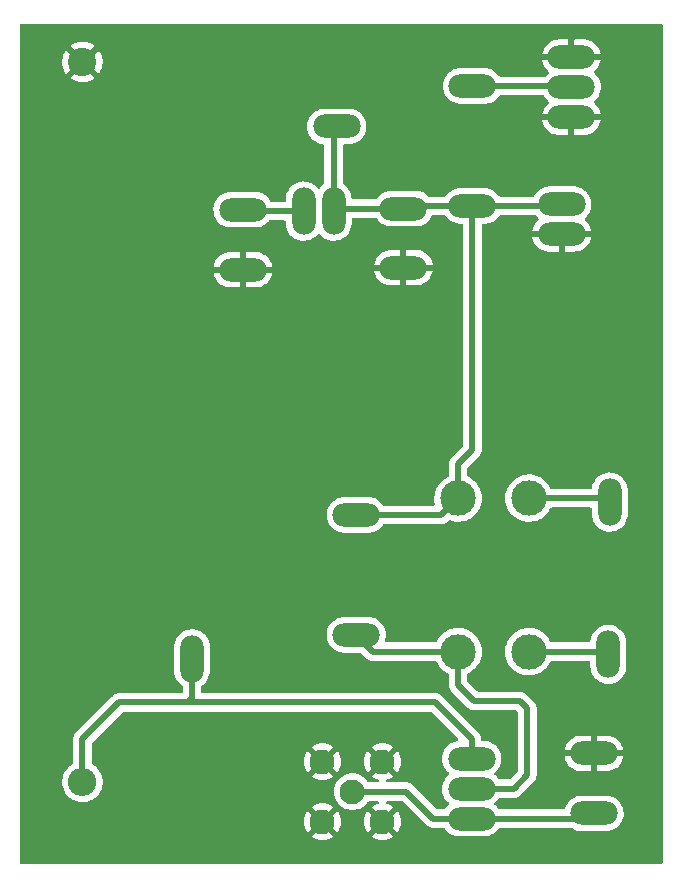
<source format=gbr>
%TF.GenerationSoftware,KiCad,Pcbnew,(6.0.7)*%
%TF.CreationDate,2023-01-18T16:47:16-05:00*%
%TF.ProjectId,Inductor Saturation Test,496e6475-6374-46f7-9220-536174757261,rev?*%
%TF.SameCoordinates,Original*%
%TF.FileFunction,Copper,L1,Top*%
%TF.FilePolarity,Positive*%
%FSLAX46Y46*%
G04 Gerber Fmt 4.6, Leading zero omitted, Abs format (unit mm)*
G04 Created by KiCad (PCBNEW (6.0.7)) date 2023-01-18 16:47:16*
%MOMM*%
%LPD*%
G01*
G04 APERTURE LIST*
%TA.AperFunction,ComponentPad*%
%ADD10C,2.400000*%
%TD*%
%TA.AperFunction,ComponentPad*%
%ADD11O,2.400000X2.400000*%
%TD*%
%TA.AperFunction,ComponentPad*%
%ADD12O,4.000000X2.000000*%
%TD*%
%TA.AperFunction,ComponentPad*%
%ADD13O,2.000000X4.000000*%
%TD*%
%TA.AperFunction,ComponentPad*%
%ADD14C,3.000000*%
%TD*%
%TA.AperFunction,SMDPad,CuDef*%
%ADD15C,2.100000*%
%TD*%
%TA.AperFunction,Conductor*%
%ADD16C,0.550000*%
%TD*%
G04 APERTURE END LIST*
D10*
%TO.P,R2,1*%
%TO.N,GND*%
X94361000Y-30035500D03*
D11*
%TO.P,R2,2*%
%TO.N,Net-(Q1-Pad1)*%
X94361000Y-90995500D03*
%TD*%
D12*
%TO.P,R1,2*%
%TO.N,Net-(J1-Pad1)*%
X137668000Y-93662500D03*
%TO.P,R1,1*%
%TO.N,GND*%
X137668000Y-88582500D03*
%TD*%
%TO.P,R3,1*%
%TO.N,Net-(D2-Pad1)*%
X107950000Y-42545000D03*
%TO.P,R3,2*%
%TO.N,GND*%
X107950000Y-47625000D03*
%TD*%
D13*
%TO.P,TP4,1,1*%
%TO.N,Net-(T1-Pad4)*%
X138874500Y-80200500D03*
%TD*%
%TO.P,TP3,1,1*%
%TO.N,Net-(T1-Pad3)*%
X139001500Y-67310000D03*
%TD*%
%TO.P,TP2,1,1*%
%TO.N,Net-(Q1-Pad1)*%
X103632000Y-80581500D03*
%TD*%
D12*
%TO.P,TP1,1,1*%
%TO.N,TX12V*%
X115887500Y-35496500D03*
%TD*%
D14*
%TO.P,T1,4,SA*%
%TO.N,Net-(T1-Pad4)*%
X132159000Y-79969500D03*
%TO.P,T1,3,SB*%
%TO.N,Net-(T1-Pad3)*%
X132159000Y-66969500D03*
%TO.P,T1,2,AB*%
%TO.N,Net-(D1-Pad2)*%
X126159000Y-79969500D03*
%TO.P,T1,1,AA*%
%TO.N,TX12V*%
X126159000Y-66969500D03*
%TD*%
D12*
%TO.P,Q1,3*%
%TO.N,Net-(J1-Pad1)*%
X127317500Y-94107000D03*
%TO.P,Q1,2*%
%TO.N,Net-(D1-Pad2)*%
X127317500Y-91567000D03*
%TO.P,Q1,1*%
%TO.N,Net-(Q1-Pad1)*%
X127317500Y-89027000D03*
%TD*%
%TO.P,J2,3,Pin_3*%
%TO.N,GND*%
X135763000Y-29639500D03*
%TO.P,J2,2,Pin_2*%
%TO.N,Net-(D3-Pad2)*%
X135763000Y-32179500D03*
%TO.P,J2,1,Pin_1*%
%TO.N,GND*%
X135763000Y-34719500D03*
%TD*%
D15*
%TO.P,J1,2,Ext*%
%TO.N,GND*%
X119761000Y-89281000D03*
X119761000Y-94361000D03*
X114681000Y-94361000D03*
X114681000Y-89281000D03*
%TO.P,J1,1,In*%
%TO.N,Net-(J1-Pad1)*%
X117221000Y-91821000D03*
%TD*%
D12*
%TO.P,D3,1,K*%
%TO.N,TX12V*%
X127381000Y-42227500D03*
%TO.P,D3,2,A*%
%TO.N,Net-(D3-Pad2)*%
X127381000Y-32067500D03*
%TD*%
D13*
%TO.P,D2,1,K*%
%TO.N,Net-(D2-Pad1)*%
X113088500Y-42672000D03*
%TO.P,D2,2,A*%
%TO.N,TX12V*%
X115628500Y-42672000D03*
%TD*%
D12*
%TO.P,D1,2,A*%
%TO.N,Net-(D1-Pad2)*%
X117538500Y-78549500D03*
%TO.P,D1,1,K*%
%TO.N,TX12V*%
X117538500Y-68389500D03*
%TD*%
%TO.P,C2,1*%
%TO.N,TX12V*%
X121539000Y-42458000D03*
%TO.P,C2,2*%
%TO.N,GND*%
X121539000Y-47458000D03*
%TD*%
%TO.P,C1,2*%
%TO.N,GND*%
X134937500Y-44590849D03*
%TO.P,C1,1*%
%TO.N,TX12V*%
X134937500Y-42090849D03*
%TD*%
D16*
%TO.N,Net-(D3-Pad2)*%
X135651000Y-32067500D02*
X135763000Y-32179500D01*
X127381000Y-32067500D02*
X135651000Y-32067500D01*
%TO.N,Net-(T1-Pad3)*%
X138661000Y-66969500D02*
X139001500Y-67310000D01*
X132159000Y-66969500D02*
X138661000Y-66969500D01*
%TO.N,TX12V*%
X126159000Y-64087000D02*
X126159000Y-66969500D01*
X127381000Y-62865000D02*
X126159000Y-64087000D01*
X127381000Y-42227500D02*
X127381000Y-62865000D01*
%TO.N,Net-(D2-Pad1)*%
X108077000Y-42672000D02*
X107950000Y-42545000D01*
X113088500Y-42672000D02*
X108077000Y-42672000D01*
%TO.N,TX12V*%
X115628500Y-35755500D02*
X115887500Y-35496500D01*
X115628500Y-42672000D02*
X115628500Y-35755500D01*
X115842500Y-42458000D02*
X115628500Y-42672000D01*
X121539000Y-42458000D02*
X115842500Y-42458000D01*
X121769500Y-42227500D02*
X121539000Y-42458000D01*
X127381000Y-42227500D02*
X121769500Y-42227500D01*
X134800849Y-42227500D02*
X134937500Y-42090849D01*
X127381000Y-42227500D02*
X134800849Y-42227500D01*
X124739000Y-68389500D02*
X126159000Y-66969500D01*
X117538500Y-68389500D02*
X124739000Y-68389500D01*
%TO.N,Net-(D1-Pad2)*%
X118958500Y-79969500D02*
X117538500Y-78549500D01*
X126159000Y-79969500D02*
X118958500Y-79969500D01*
%TO.N,Net-(T1-Pad4)*%
X138643500Y-79969500D02*
X138874500Y-80200500D01*
X132159000Y-79969500D02*
X138643500Y-79969500D01*
%TO.N,Net-(J1-Pad1)*%
X137223500Y-94107000D02*
X137668000Y-93662500D01*
X127317500Y-94107000D02*
X137223500Y-94107000D01*
X124079000Y-94107000D02*
X127317500Y-94107000D01*
X121793000Y-91821000D02*
X124079000Y-94107000D01*
X117221000Y-91821000D02*
X121793000Y-91821000D01*
%TO.N,Net-(Q1-Pad1)*%
X103632000Y-83883500D02*
X103251000Y-84264500D01*
X103632000Y-80581500D02*
X103632000Y-83883500D01*
X103251000Y-84264500D02*
X97472500Y-84264500D01*
X124206000Y-84264500D02*
X103251000Y-84264500D01*
X94361000Y-87376000D02*
X94361000Y-90995500D01*
X127317500Y-87376000D02*
X124206000Y-84264500D01*
X127317500Y-89027000D02*
X127317500Y-87376000D01*
X97472500Y-84264500D02*
X94361000Y-87376000D01*
%TO.N,Net-(D1-Pad2)*%
X127508000Y-84137500D02*
X126159000Y-82788500D01*
X126159000Y-82788500D02*
X126159000Y-79969500D01*
X132016500Y-90424000D02*
X132016500Y-84772500D01*
X131381500Y-84137500D02*
X127508000Y-84137500D01*
X130873500Y-91567000D02*
X132016500Y-90424000D01*
X132016500Y-84772500D02*
X131381500Y-84137500D01*
X127317500Y-91567000D02*
X130873500Y-91567000D01*
%TD*%
%TA.AperFunction,Conductor*%
%TO.N,GND*%
G36*
X143451621Y-26881002D02*
G01*
X143498114Y-26934658D01*
X143509500Y-26987000D01*
X143509500Y-97790500D01*
X143489498Y-97858621D01*
X143435842Y-97905114D01*
X143383500Y-97916500D01*
X89153500Y-97916500D01*
X89085379Y-97896498D01*
X89038886Y-97842842D01*
X89027500Y-97790500D01*
X89027500Y-95630030D01*
X113776800Y-95630030D01*
X113782527Y-95637680D01*
X113967272Y-95750893D01*
X113976067Y-95755375D01*
X114193490Y-95845434D01*
X114202875Y-95848483D01*
X114431708Y-95903422D01*
X114441455Y-95904965D01*
X114676070Y-95923430D01*
X114685930Y-95923430D01*
X114920545Y-95904965D01*
X114930292Y-95903422D01*
X115159125Y-95848483D01*
X115168510Y-95845434D01*
X115385933Y-95755375D01*
X115394728Y-95750893D01*
X115575805Y-95639928D01*
X115584760Y-95630030D01*
X118856800Y-95630030D01*
X118862527Y-95637680D01*
X119047272Y-95750893D01*
X119056067Y-95755375D01*
X119273490Y-95845434D01*
X119282875Y-95848483D01*
X119511708Y-95903422D01*
X119521455Y-95904965D01*
X119756070Y-95923430D01*
X119765930Y-95923430D01*
X120000545Y-95904965D01*
X120010292Y-95903422D01*
X120239125Y-95848483D01*
X120248510Y-95845434D01*
X120465933Y-95755375D01*
X120474728Y-95750893D01*
X120655805Y-95639928D01*
X120665267Y-95629470D01*
X120661484Y-95620694D01*
X119773812Y-94733022D01*
X119759868Y-94725408D01*
X119758035Y-94725539D01*
X119751420Y-94729790D01*
X118863560Y-95617650D01*
X118856800Y-95630030D01*
X115584760Y-95630030D01*
X115585267Y-95629470D01*
X115581484Y-95620694D01*
X114693812Y-94733022D01*
X114679868Y-94725408D01*
X114678035Y-94725539D01*
X114671420Y-94729790D01*
X113783560Y-95617650D01*
X113776800Y-95630030D01*
X89027500Y-95630030D01*
X89027500Y-94365930D01*
X113118570Y-94365930D01*
X113137035Y-94600545D01*
X113138578Y-94610292D01*
X113193517Y-94839125D01*
X113196566Y-94848510D01*
X113286625Y-95065933D01*
X113291107Y-95074728D01*
X113402072Y-95255805D01*
X113412530Y-95265267D01*
X113421306Y-95261484D01*
X114308978Y-94373812D01*
X114315356Y-94362132D01*
X115045408Y-94362132D01*
X115045539Y-94363965D01*
X115049790Y-94370580D01*
X115937650Y-95258440D01*
X115950030Y-95265200D01*
X115957680Y-95259473D01*
X116070893Y-95074728D01*
X116075375Y-95065933D01*
X116165434Y-94848510D01*
X116168483Y-94839125D01*
X116223422Y-94610292D01*
X116224965Y-94600545D01*
X116243430Y-94365930D01*
X118198570Y-94365930D01*
X118217035Y-94600545D01*
X118218578Y-94610292D01*
X118273517Y-94839125D01*
X118276566Y-94848510D01*
X118366625Y-95065933D01*
X118371107Y-95074728D01*
X118482072Y-95255805D01*
X118492530Y-95265267D01*
X118501306Y-95261484D01*
X119388978Y-94373812D01*
X119395356Y-94362132D01*
X120125408Y-94362132D01*
X120125539Y-94363965D01*
X120129790Y-94370580D01*
X121017650Y-95258440D01*
X121030030Y-95265200D01*
X121037680Y-95259473D01*
X121150893Y-95074728D01*
X121155375Y-95065933D01*
X121245434Y-94848510D01*
X121248483Y-94839125D01*
X121303422Y-94610292D01*
X121304965Y-94600545D01*
X121323430Y-94365930D01*
X121323430Y-94356070D01*
X121304965Y-94121455D01*
X121303422Y-94111708D01*
X121248483Y-93882875D01*
X121245434Y-93873490D01*
X121155375Y-93656067D01*
X121150893Y-93647272D01*
X121039928Y-93466195D01*
X121029470Y-93456733D01*
X121020694Y-93460516D01*
X120133022Y-94348188D01*
X120125408Y-94362132D01*
X119395356Y-94362132D01*
X119396592Y-94359868D01*
X119396461Y-94358035D01*
X119392210Y-94351420D01*
X118504350Y-93463560D01*
X118491970Y-93456800D01*
X118484320Y-93462527D01*
X118371107Y-93647272D01*
X118366625Y-93656067D01*
X118276566Y-93873490D01*
X118273517Y-93882875D01*
X118218578Y-94111708D01*
X118217035Y-94121455D01*
X118198570Y-94356070D01*
X118198570Y-94365930D01*
X116243430Y-94365930D01*
X116243430Y-94356070D01*
X116224965Y-94121455D01*
X116223422Y-94111708D01*
X116168483Y-93882875D01*
X116165434Y-93873490D01*
X116075375Y-93656067D01*
X116070893Y-93647272D01*
X115959928Y-93466195D01*
X115949470Y-93456733D01*
X115940694Y-93460516D01*
X115053022Y-94348188D01*
X115045408Y-94362132D01*
X114315356Y-94362132D01*
X114316592Y-94359868D01*
X114316461Y-94358035D01*
X114312210Y-94351420D01*
X113424350Y-93463560D01*
X113411970Y-93456800D01*
X113404320Y-93462527D01*
X113291107Y-93647272D01*
X113286625Y-93656067D01*
X113196566Y-93873490D01*
X113193517Y-93882875D01*
X113138578Y-94111708D01*
X113137035Y-94121455D01*
X113118570Y-94356070D01*
X113118570Y-94365930D01*
X89027500Y-94365930D01*
X89027500Y-93092530D01*
X113776733Y-93092530D01*
X113780516Y-93101306D01*
X114668188Y-93988978D01*
X114682132Y-93996592D01*
X114683965Y-93996461D01*
X114690580Y-93992210D01*
X115578440Y-93104350D01*
X115585200Y-93091970D01*
X115579473Y-93084320D01*
X115394728Y-92971107D01*
X115385933Y-92966625D01*
X115168510Y-92876566D01*
X115159125Y-92873517D01*
X114930292Y-92818578D01*
X114920545Y-92817035D01*
X114685930Y-92798570D01*
X114676070Y-92798570D01*
X114441455Y-92817035D01*
X114431708Y-92818578D01*
X114202875Y-92873517D01*
X114193490Y-92876566D01*
X113976067Y-92966625D01*
X113967272Y-92971107D01*
X113786195Y-93082072D01*
X113776733Y-93092530D01*
X89027500Y-93092530D01*
X89027500Y-90950651D01*
X92648296Y-90950651D01*
X92648520Y-90955317D01*
X92648520Y-90955322D01*
X92653001Y-91048609D01*
X92660480Y-91204298D01*
X92710021Y-91453357D01*
X92711600Y-91457755D01*
X92711602Y-91457762D01*
X92769786Y-91619817D01*
X92795831Y-91692358D01*
X92798048Y-91696484D01*
X92889037Y-91865823D01*
X92916025Y-91916051D01*
X92918820Y-91919794D01*
X92918822Y-91919797D01*
X93065171Y-92115782D01*
X93065176Y-92115788D01*
X93067963Y-92119520D01*
X93071272Y-92122800D01*
X93071277Y-92122806D01*
X93244990Y-92295009D01*
X93248307Y-92298297D01*
X93252069Y-92301055D01*
X93252072Y-92301058D01*
X93319503Y-92350500D01*
X93453094Y-92448453D01*
X93457229Y-92450629D01*
X93457233Y-92450631D01*
X93572202Y-92511119D01*
X93677827Y-92566691D01*
X93917568Y-92650412D01*
X94167050Y-92697778D01*
X94287532Y-92702511D01*
X94416125Y-92707564D01*
X94416130Y-92707564D01*
X94420793Y-92707747D01*
X94519774Y-92696907D01*
X94668569Y-92680612D01*
X94668575Y-92680611D01*
X94673222Y-92680102D01*
X94731856Y-92664665D01*
X94914273Y-92616638D01*
X94918793Y-92615448D01*
X95037353Y-92564511D01*
X95147807Y-92517057D01*
X95147810Y-92517055D01*
X95152110Y-92515208D01*
X95156090Y-92512745D01*
X95156094Y-92512743D01*
X95364064Y-92384047D01*
X95364066Y-92384045D01*
X95368047Y-92381582D01*
X95403761Y-92351348D01*
X95558289Y-92220531D01*
X95558291Y-92220529D01*
X95561862Y-92217506D01*
X95729295Y-92026584D01*
X95866669Y-91813012D01*
X95970967Y-91581480D01*
X96039896Y-91337075D01*
X96057382Y-91199626D01*
X96071545Y-91088298D01*
X96071545Y-91088292D01*
X96071943Y-91085167D01*
X96072069Y-91080378D01*
X96073715Y-91017498D01*
X96074291Y-90995500D01*
X96069220Y-90927258D01*
X96055818Y-90746911D01*
X96055817Y-90746907D01*
X96055472Y-90742259D01*
X96052537Y-90729285D01*
X96011975Y-90550030D01*
X113776800Y-90550030D01*
X113782527Y-90557680D01*
X113967272Y-90670893D01*
X113976067Y-90675375D01*
X114193490Y-90765434D01*
X114202875Y-90768483D01*
X114431708Y-90823422D01*
X114441455Y-90824965D01*
X114676070Y-90843430D01*
X114685930Y-90843430D01*
X114920545Y-90824965D01*
X114930292Y-90823422D01*
X115159125Y-90768483D01*
X115168510Y-90765434D01*
X115385933Y-90675375D01*
X115394728Y-90670893D01*
X115575805Y-90559928D01*
X115585267Y-90549470D01*
X115581484Y-90540694D01*
X114693812Y-89653022D01*
X114679868Y-89645408D01*
X114678035Y-89645539D01*
X114671420Y-89649790D01*
X113783560Y-90537650D01*
X113776800Y-90550030D01*
X96011975Y-90550030D01*
X96003963Y-90514623D01*
X95999428Y-90494582D01*
X95991682Y-90474662D01*
X95909084Y-90262262D01*
X95909083Y-90262260D01*
X95907391Y-90257909D01*
X95886866Y-90221998D01*
X95783702Y-90041497D01*
X95783700Y-90041495D01*
X95781383Y-90037440D01*
X95624171Y-89838017D01*
X95461817Y-89685290D01*
X95442610Y-89667222D01*
X95442608Y-89667220D01*
X95439209Y-89664023D01*
X95274368Y-89549669D01*
X95234393Y-89521937D01*
X95234390Y-89521935D01*
X95230561Y-89519279D01*
X95226378Y-89517216D01*
X95226371Y-89517212D01*
X95214770Y-89511491D01*
X95162522Y-89463422D01*
X95144500Y-89398486D01*
X95144500Y-89285930D01*
X113118570Y-89285930D01*
X113137035Y-89520545D01*
X113138578Y-89530292D01*
X113193517Y-89759125D01*
X113196566Y-89768510D01*
X113286625Y-89985933D01*
X113291107Y-89994728D01*
X113402072Y-90175805D01*
X113412530Y-90185267D01*
X113421306Y-90181484D01*
X114308978Y-89293812D01*
X114315356Y-89282132D01*
X115045408Y-89282132D01*
X115045539Y-89283965D01*
X115049790Y-89290580D01*
X115937650Y-90178440D01*
X115950030Y-90185200D01*
X115957680Y-90179473D01*
X116070893Y-89994728D01*
X116075375Y-89985933D01*
X116165434Y-89768510D01*
X116168483Y-89759125D01*
X116223422Y-89530292D01*
X116224965Y-89520545D01*
X116243430Y-89285930D01*
X118198570Y-89285930D01*
X118217035Y-89520545D01*
X118218578Y-89530292D01*
X118273517Y-89759125D01*
X118276566Y-89768510D01*
X118366625Y-89985933D01*
X118371107Y-89994728D01*
X118482072Y-90175805D01*
X118492530Y-90185267D01*
X118501306Y-90181484D01*
X119388978Y-89293812D01*
X119395356Y-89282132D01*
X120125408Y-89282132D01*
X120125539Y-89283965D01*
X120129790Y-89290580D01*
X121017650Y-90178440D01*
X121030030Y-90185200D01*
X121037680Y-90179473D01*
X121150893Y-89994728D01*
X121155375Y-89985933D01*
X121245434Y-89768510D01*
X121248483Y-89759125D01*
X121303422Y-89530292D01*
X121304965Y-89520545D01*
X121323430Y-89285930D01*
X121323430Y-89276070D01*
X121304965Y-89041455D01*
X121303422Y-89031708D01*
X121248483Y-88802875D01*
X121245434Y-88793490D01*
X121155375Y-88576067D01*
X121150893Y-88567272D01*
X121039928Y-88386195D01*
X121029470Y-88376733D01*
X121020694Y-88380516D01*
X120133022Y-89268188D01*
X120125408Y-89282132D01*
X119395356Y-89282132D01*
X119396592Y-89279868D01*
X119396461Y-89278035D01*
X119392210Y-89271420D01*
X118504350Y-88383560D01*
X118491970Y-88376800D01*
X118484320Y-88382527D01*
X118371107Y-88567272D01*
X118366625Y-88576067D01*
X118276566Y-88793490D01*
X118273517Y-88802875D01*
X118218578Y-89031708D01*
X118217035Y-89041455D01*
X118198570Y-89276070D01*
X118198570Y-89285930D01*
X116243430Y-89285930D01*
X116243430Y-89276070D01*
X116224965Y-89041455D01*
X116223422Y-89031708D01*
X116168483Y-88802875D01*
X116165434Y-88793490D01*
X116075375Y-88576067D01*
X116070893Y-88567272D01*
X115959928Y-88386195D01*
X115949470Y-88376733D01*
X115940694Y-88380516D01*
X115053022Y-89268188D01*
X115045408Y-89282132D01*
X114315356Y-89282132D01*
X114316592Y-89279868D01*
X114316461Y-89278035D01*
X114312210Y-89271420D01*
X113424350Y-88383560D01*
X113411970Y-88376800D01*
X113404320Y-88382527D01*
X113291107Y-88567272D01*
X113286625Y-88576067D01*
X113196566Y-88793490D01*
X113193517Y-88802875D01*
X113138578Y-89031708D01*
X113137035Y-89041455D01*
X113118570Y-89276070D01*
X113118570Y-89285930D01*
X95144500Y-89285930D01*
X95144500Y-88012530D01*
X113776733Y-88012530D01*
X113780516Y-88021306D01*
X114668188Y-88908978D01*
X114682132Y-88916592D01*
X114683965Y-88916461D01*
X114690580Y-88912210D01*
X115578440Y-88024350D01*
X115584894Y-88012530D01*
X118856733Y-88012530D01*
X118860516Y-88021306D01*
X119748188Y-88908978D01*
X119762132Y-88916592D01*
X119763965Y-88916461D01*
X119770580Y-88912210D01*
X120658440Y-88024350D01*
X120665200Y-88011970D01*
X120659473Y-88004320D01*
X120474728Y-87891107D01*
X120465933Y-87886625D01*
X120248510Y-87796566D01*
X120239125Y-87793517D01*
X120010292Y-87738578D01*
X120000545Y-87737035D01*
X119765930Y-87718570D01*
X119756070Y-87718570D01*
X119521455Y-87737035D01*
X119511708Y-87738578D01*
X119282875Y-87793517D01*
X119273490Y-87796566D01*
X119056067Y-87886625D01*
X119047272Y-87891107D01*
X118866195Y-88002072D01*
X118856733Y-88012530D01*
X115584894Y-88012530D01*
X115585200Y-88011970D01*
X115579473Y-88004320D01*
X115394728Y-87891107D01*
X115385933Y-87886625D01*
X115168510Y-87796566D01*
X115159125Y-87793517D01*
X114930292Y-87738578D01*
X114920545Y-87737035D01*
X114685930Y-87718570D01*
X114676070Y-87718570D01*
X114441455Y-87737035D01*
X114431708Y-87738578D01*
X114202875Y-87793517D01*
X114193490Y-87796566D01*
X113976067Y-87886625D01*
X113967272Y-87891107D01*
X113786195Y-88002072D01*
X113776733Y-88012530D01*
X95144500Y-88012530D01*
X95144500Y-87752726D01*
X95164502Y-87684605D01*
X95181405Y-87663631D01*
X97760132Y-85084905D01*
X97822444Y-85050879D01*
X97849227Y-85048000D01*
X103241999Y-85048000D01*
X103243320Y-85048007D01*
X103330678Y-85048922D01*
X103333894Y-85048227D01*
X103338366Y-85048000D01*
X123829274Y-85048000D01*
X123897395Y-85068002D01*
X123918369Y-85084905D01*
X126152209Y-87318746D01*
X126186235Y-87381058D01*
X126181170Y-87451874D01*
X126138623Y-87508709D01*
X126083258Y-87532220D01*
X126080575Y-87532654D01*
X126075535Y-87533060D01*
X125839794Y-87590963D01*
X125835142Y-87592938D01*
X125835138Y-87592939D01*
X125723872Y-87640169D01*
X125616344Y-87685812D01*
X125539854Y-87733981D01*
X125415212Y-87812472D01*
X125415209Y-87812474D01*
X125410933Y-87815167D01*
X125407139Y-87818512D01*
X125232642Y-87972350D01*
X125232639Y-87972353D01*
X125228845Y-87975698D01*
X125074766Y-88163278D01*
X124952659Y-88373078D01*
X124950846Y-88377801D01*
X124874740Y-88576067D01*
X124865667Y-88599702D01*
X124864633Y-88604652D01*
X124864632Y-88604655D01*
X124825183Y-88793490D01*
X124816026Y-88837320D01*
X124805014Y-89079817D01*
X124805595Y-89084837D01*
X124805595Y-89084841D01*
X124827949Y-89278035D01*
X124832915Y-89320956D01*
X124834291Y-89325820D01*
X124834292Y-89325823D01*
X124873229Y-89463422D01*
X124899010Y-89554532D01*
X124901144Y-89559108D01*
X124901146Y-89559114D01*
X124998789Y-89768510D01*
X125001599Y-89774536D01*
X125138044Y-89975307D01*
X125304832Y-90151681D01*
X125308858Y-90154759D01*
X125308859Y-90154760D01*
X125363407Y-90196465D01*
X125405375Y-90253730D01*
X125409720Y-90324593D01*
X125370203Y-90391075D01*
X125232642Y-90512350D01*
X125232639Y-90512353D01*
X125228845Y-90515698D01*
X125225635Y-90519606D01*
X125225634Y-90519607D01*
X125079110Y-90697990D01*
X125074766Y-90703278D01*
X125017484Y-90801698D01*
X124961239Y-90898337D01*
X124952659Y-90913078D01*
X124950846Y-90917801D01*
X124868529Y-91132247D01*
X124865667Y-91139702D01*
X124864633Y-91144652D01*
X124864632Y-91144655D01*
X124824260Y-91337908D01*
X124816026Y-91377320D01*
X124805014Y-91619817D01*
X124805595Y-91624837D01*
X124805595Y-91624841D01*
X124827368Y-91813012D01*
X124832915Y-91860956D01*
X124899010Y-92094532D01*
X124901144Y-92099108D01*
X124901146Y-92099114D01*
X124994485Y-92299280D01*
X125001599Y-92314536D01*
X125004440Y-92318717D01*
X125004441Y-92318718D01*
X125008884Y-92325256D01*
X125138044Y-92515307D01*
X125304832Y-92691681D01*
X125308858Y-92694759D01*
X125308859Y-92694760D01*
X125363407Y-92736465D01*
X125405375Y-92793730D01*
X125409720Y-92864593D01*
X125370203Y-92931075D01*
X125232642Y-93052350D01*
X125232639Y-93052353D01*
X125228845Y-93055698D01*
X125225635Y-93059606D01*
X125225634Y-93059607D01*
X125202031Y-93088342D01*
X125074766Y-93243278D01*
X125064520Y-93260882D01*
X125012969Y-93309694D01*
X124955623Y-93323500D01*
X124455726Y-93323500D01*
X124387605Y-93303498D01*
X124366631Y-93286595D01*
X122353419Y-91273383D01*
X122352490Y-91272445D01*
X122352384Y-91272337D01*
X122291329Y-91209989D01*
X122285407Y-91206172D01*
X122285404Y-91206170D01*
X122256178Y-91187335D01*
X122245839Y-91179907D01*
X122213150Y-91153812D01*
X122206808Y-91150746D01*
X122206803Y-91150743D01*
X122184110Y-91139773D01*
X122170698Y-91132247D01*
X122149500Y-91118586D01*
X122149495Y-91118584D01*
X122143576Y-91114769D01*
X122104281Y-91100467D01*
X122092537Y-91095506D01*
X122061244Y-91080378D01*
X122061242Y-91080377D01*
X122054895Y-91077309D01*
X122023456Y-91070051D01*
X122008720Y-91065685D01*
X121985020Y-91057059D01*
X121985016Y-91057058D01*
X121978400Y-91054650D01*
X121971414Y-91053767D01*
X121971412Y-91053767D01*
X121936921Y-91049410D01*
X121924369Y-91047175D01*
X121917130Y-91045504D01*
X121883623Y-91037768D01*
X121876583Y-91037743D01*
X121876580Y-91037743D01*
X121844296Y-91037630D01*
X121843459Y-91037602D01*
X121842646Y-91037500D01*
X121807054Y-91037500D01*
X121806614Y-91037499D01*
X121800859Y-91037479D01*
X121707847Y-91037154D01*
X121706679Y-91037415D01*
X121705111Y-91037500D01*
X120183160Y-91037500D01*
X120115039Y-91017498D01*
X120068546Y-90963842D01*
X120058442Y-90893568D01*
X120087936Y-90828988D01*
X120153746Y-90788981D01*
X120239125Y-90768483D01*
X120248510Y-90765434D01*
X120465933Y-90675375D01*
X120474728Y-90670893D01*
X120655805Y-90559928D01*
X120665267Y-90549470D01*
X120661484Y-90540694D01*
X119773812Y-89653022D01*
X119759868Y-89645408D01*
X119758035Y-89645539D01*
X119751420Y-89649790D01*
X118863560Y-90537650D01*
X118856800Y-90550030D01*
X118862527Y-90557680D01*
X119047272Y-90670893D01*
X119056067Y-90675375D01*
X119273490Y-90765434D01*
X119282875Y-90768483D01*
X119368254Y-90788981D01*
X119429823Y-90824333D01*
X119462506Y-90887360D01*
X119455925Y-90958051D01*
X119412171Y-91013962D01*
X119338840Y-91037500D01*
X118639286Y-91037500D01*
X118571165Y-91017498D01*
X118531853Y-90977335D01*
X118485752Y-90902104D01*
X118473160Y-90887360D01*
X118329641Y-90719323D01*
X118326433Y-90715567D01*
X118291692Y-90685895D01*
X118143663Y-90559465D01*
X118143660Y-90559463D01*
X118139896Y-90556248D01*
X118135673Y-90553660D01*
X118135670Y-90553658D01*
X118066485Y-90511262D01*
X117930732Y-90428073D01*
X117723606Y-90342278D01*
X117708665Y-90336089D01*
X117708663Y-90336088D01*
X117704092Y-90334195D01*
X117621437Y-90314351D01*
X117470370Y-90278083D01*
X117470364Y-90278082D01*
X117465557Y-90276928D01*
X117221000Y-90257681D01*
X116976443Y-90276928D01*
X116971636Y-90278082D01*
X116971630Y-90278083D01*
X116820563Y-90314351D01*
X116737908Y-90334195D01*
X116733337Y-90336088D01*
X116733335Y-90336089D01*
X116718394Y-90342278D01*
X116511268Y-90428073D01*
X116375515Y-90511262D01*
X116306330Y-90553658D01*
X116306327Y-90553660D01*
X116302104Y-90556248D01*
X116298340Y-90559463D01*
X116298337Y-90559465D01*
X116150308Y-90685895D01*
X116115567Y-90715567D01*
X116112359Y-90719323D01*
X115968841Y-90887360D01*
X115956248Y-90902104D01*
X115953660Y-90906327D01*
X115953658Y-90906330D01*
X115923636Y-90955322D01*
X115828073Y-91111268D01*
X115734195Y-91337908D01*
X115676928Y-91576443D01*
X115657681Y-91821000D01*
X115676928Y-92065557D01*
X115678082Y-92070364D01*
X115678083Y-92070370D01*
X115710901Y-92207066D01*
X115734195Y-92304092D01*
X115828073Y-92530732D01*
X115879340Y-92614393D01*
X115943064Y-92718381D01*
X115956248Y-92739896D01*
X115959463Y-92743660D01*
X115959465Y-92743663D01*
X116052865Y-92853019D01*
X116115567Y-92926433D01*
X116119323Y-92929641D01*
X116266916Y-93055698D01*
X116302104Y-93085752D01*
X116306327Y-93088340D01*
X116306330Y-93088342D01*
X116327486Y-93101306D01*
X116511268Y-93213927D01*
X116624622Y-93260880D01*
X116733335Y-93305911D01*
X116733337Y-93305912D01*
X116737908Y-93307805D01*
X116803283Y-93323500D01*
X116971630Y-93363917D01*
X116971636Y-93363918D01*
X116976443Y-93365072D01*
X117221000Y-93384319D01*
X117465557Y-93365072D01*
X117470364Y-93363918D01*
X117470370Y-93363917D01*
X117638717Y-93323500D01*
X117704092Y-93307805D01*
X117708663Y-93305912D01*
X117708665Y-93305911D01*
X117817378Y-93260880D01*
X117930732Y-93213927D01*
X118114514Y-93101306D01*
X118135670Y-93088342D01*
X118135673Y-93088340D01*
X118139896Y-93085752D01*
X118175085Y-93055698D01*
X118322677Y-92929641D01*
X118326433Y-92926433D01*
X118389135Y-92853019D01*
X118482535Y-92743663D01*
X118482537Y-92743660D01*
X118485752Y-92739896D01*
X118531853Y-92664665D01*
X118584501Y-92617034D01*
X118639286Y-92604500D01*
X119338840Y-92604500D01*
X119406961Y-92624502D01*
X119453454Y-92678158D01*
X119463558Y-92748432D01*
X119434064Y-92813012D01*
X119368254Y-92853019D01*
X119282875Y-92873517D01*
X119273490Y-92876566D01*
X119056067Y-92966625D01*
X119047272Y-92971107D01*
X118866195Y-93082072D01*
X118856733Y-93092530D01*
X118860516Y-93101306D01*
X119748188Y-93988978D01*
X119762132Y-93996592D01*
X119763965Y-93996461D01*
X119770580Y-93992210D01*
X120658440Y-93104350D01*
X120665200Y-93091970D01*
X120659473Y-93084320D01*
X120474728Y-92971107D01*
X120465933Y-92966625D01*
X120248510Y-92876566D01*
X120239125Y-92873517D01*
X120153746Y-92853019D01*
X120092177Y-92817667D01*
X120059494Y-92754640D01*
X120066075Y-92683949D01*
X120109829Y-92628038D01*
X120183160Y-92604500D01*
X121416274Y-92604500D01*
X121484395Y-92624502D01*
X121505369Y-92641405D01*
X123518581Y-94654617D01*
X123519510Y-94655555D01*
X123580671Y-94718011D01*
X123586593Y-94721828D01*
X123586596Y-94721830D01*
X123615822Y-94740665D01*
X123626161Y-94748093D01*
X123658850Y-94774188D01*
X123665192Y-94777254D01*
X123665197Y-94777257D01*
X123687890Y-94788227D01*
X123701302Y-94795753D01*
X123722500Y-94809414D01*
X123722505Y-94809416D01*
X123728424Y-94813231D01*
X123735040Y-94815639D01*
X123735044Y-94815641D01*
X123758165Y-94824055D01*
X123767716Y-94827532D01*
X123779460Y-94832493D01*
X123810761Y-94847625D01*
X123810764Y-94847626D01*
X123817104Y-94850691D01*
X123840742Y-94856148D01*
X123848538Y-94857948D01*
X123863290Y-94862318D01*
X123893600Y-94873350D01*
X123916073Y-94876189D01*
X123935078Y-94878590D01*
X123947629Y-94880825D01*
X123981515Y-94888648D01*
X123981517Y-94888648D01*
X123988377Y-94890232D01*
X123995417Y-94890257D01*
X123995420Y-94890257D01*
X124027704Y-94890370D01*
X124028541Y-94890398D01*
X124029354Y-94890500D01*
X124064946Y-94890500D01*
X124065387Y-94890501D01*
X124164152Y-94890846D01*
X124165320Y-94890585D01*
X124166888Y-94890500D01*
X124959327Y-94890500D01*
X125027448Y-94910502D01*
X125063538Y-94945676D01*
X125138044Y-95055307D01*
X125304832Y-95231681D01*
X125308858Y-95234759D01*
X125308859Y-95234760D01*
X125493654Y-95376047D01*
X125493658Y-95376050D01*
X125497674Y-95379120D01*
X125711609Y-95493831D01*
X125941131Y-95572862D01*
X126040478Y-95590022D01*
X126176426Y-95613504D01*
X126176432Y-95613505D01*
X126180336Y-95614179D01*
X126184297Y-95614359D01*
X126184298Y-95614359D01*
X126208006Y-95615436D01*
X126208025Y-95615436D01*
X126209425Y-95615500D01*
X128378501Y-95615500D01*
X128381009Y-95615298D01*
X128381014Y-95615298D01*
X128554424Y-95601346D01*
X128554429Y-95601345D01*
X128559465Y-95600940D01*
X128564373Y-95599734D01*
X128564376Y-95599734D01*
X128790292Y-95544244D01*
X128795206Y-95543037D01*
X128799858Y-95541062D01*
X128799862Y-95541061D01*
X129013998Y-95450165D01*
X129018656Y-95448188D01*
X129124537Y-95381511D01*
X129219788Y-95321528D01*
X129219791Y-95321526D01*
X129224067Y-95318833D01*
X129322922Y-95231681D01*
X129402358Y-95161650D01*
X129402361Y-95161647D01*
X129406155Y-95158302D01*
X129560234Y-94970722D01*
X129570480Y-94953118D01*
X129622031Y-94904306D01*
X129679377Y-94890500D01*
X135747818Y-94890500D01*
X135815939Y-94910502D01*
X135824347Y-94916404D01*
X135844149Y-94931543D01*
X135848174Y-94934620D01*
X136062109Y-95049331D01*
X136291631Y-95128362D01*
X136390978Y-95145522D01*
X136526926Y-95169004D01*
X136526932Y-95169005D01*
X136530836Y-95169679D01*
X136534797Y-95169859D01*
X136534798Y-95169859D01*
X136558506Y-95170936D01*
X136558525Y-95170936D01*
X136559925Y-95171000D01*
X138729001Y-95171000D01*
X138731509Y-95170798D01*
X138731514Y-95170798D01*
X138904924Y-95156846D01*
X138904929Y-95156845D01*
X138909965Y-95156440D01*
X138914873Y-95155234D01*
X138914876Y-95155234D01*
X139140792Y-95099744D01*
X139145706Y-95098537D01*
X139150358Y-95096562D01*
X139150362Y-95096561D01*
X139364498Y-95005665D01*
X139369156Y-95003688D01*
X139475035Y-94937012D01*
X139570288Y-94877028D01*
X139570291Y-94877026D01*
X139574567Y-94874333D01*
X139627655Y-94827530D01*
X139752858Y-94717150D01*
X139752861Y-94717147D01*
X139756655Y-94713802D01*
X139759866Y-94709893D01*
X139907526Y-94530128D01*
X139907528Y-94530125D01*
X139910734Y-94526222D01*
X140032841Y-94316422D01*
X140119833Y-94089798D01*
X140140220Y-93992210D01*
X140168440Y-93857131D01*
X140168440Y-93857127D01*
X140169474Y-93852180D01*
X140180486Y-93609683D01*
X140163579Y-93463560D01*
X140153167Y-93373571D01*
X140153166Y-93373567D01*
X140152585Y-93368544D01*
X140124226Y-93268323D01*
X140105524Y-93202234D01*
X140086490Y-93134968D01*
X140084356Y-93130392D01*
X140084354Y-93130386D01*
X139986038Y-92919546D01*
X139986036Y-92919542D01*
X139983901Y-92914964D01*
X139847456Y-92714193D01*
X139680668Y-92537819D01*
X139656033Y-92518984D01*
X139491846Y-92393453D01*
X139491842Y-92393450D01*
X139487826Y-92390380D01*
X139273891Y-92275669D01*
X139044369Y-92196638D01*
X138945022Y-92179478D01*
X138809074Y-92155996D01*
X138809068Y-92155995D01*
X138805164Y-92155321D01*
X138801203Y-92155141D01*
X138801202Y-92155141D01*
X138777494Y-92154064D01*
X138777475Y-92154064D01*
X138776075Y-92154000D01*
X136606999Y-92154000D01*
X136604491Y-92154202D01*
X136604486Y-92154202D01*
X136431076Y-92168154D01*
X136431071Y-92168155D01*
X136426035Y-92168560D01*
X136421127Y-92169766D01*
X136421124Y-92169766D01*
X136239569Y-92214360D01*
X136190294Y-92226463D01*
X136185642Y-92228438D01*
X136185638Y-92228439D01*
X136126309Y-92253623D01*
X135966844Y-92321312D01*
X135898571Y-92364306D01*
X135765712Y-92447972D01*
X135765709Y-92447974D01*
X135761433Y-92450667D01*
X135757639Y-92454012D01*
X135583142Y-92607850D01*
X135583139Y-92607853D01*
X135579345Y-92611198D01*
X135576135Y-92615106D01*
X135576134Y-92615107D01*
X135470538Y-92743663D01*
X135425266Y-92798778D01*
X135303159Y-93008578D01*
X135301346Y-93013301D01*
X135224334Y-93213927D01*
X135216167Y-93235202D01*
X135215910Y-93235103D01*
X135178798Y-93292774D01*
X135114199Y-93322228D01*
X135096343Y-93323500D01*
X129675673Y-93323500D01*
X129607552Y-93303498D01*
X129571461Y-93268323D01*
X129557408Y-93247644D01*
X129496956Y-93158693D01*
X129330168Y-92982319D01*
X129271593Y-92937535D01*
X129229625Y-92880270D01*
X129225280Y-92809407D01*
X129264797Y-92742925D01*
X129402358Y-92621650D01*
X129402361Y-92621647D01*
X129406155Y-92618302D01*
X129448549Y-92566691D01*
X129489318Y-92517057D01*
X129560234Y-92430722D01*
X129570480Y-92413118D01*
X129622031Y-92364306D01*
X129679377Y-92350500D01*
X130864499Y-92350500D01*
X130865820Y-92350507D01*
X130953178Y-92351422D01*
X130960063Y-92349933D01*
X130960066Y-92349933D01*
X130994045Y-92342586D01*
X131006628Y-92340525D01*
X131015115Y-92339573D01*
X131048182Y-92335864D01*
X131054837Y-92333546D01*
X131054843Y-92333545D01*
X131078646Y-92325256D01*
X131093455Y-92321093D01*
X131118101Y-92315764D01*
X131118105Y-92315763D01*
X131124986Y-92314275D01*
X131162895Y-92296598D01*
X131174671Y-92291816D01*
X131214181Y-92278057D01*
X131241539Y-92260962D01*
X131255056Y-92253623D01*
X131277915Y-92242964D01*
X131277918Y-92242962D01*
X131284294Y-92239989D01*
X131299185Y-92228439D01*
X131317335Y-92214360D01*
X131327783Y-92207071D01*
X131363249Y-92184909D01*
X131391172Y-92157181D01*
X131391764Y-92156627D01*
X131392413Y-92156123D01*
X131417565Y-92130971D01*
X131487975Y-92061051D01*
X131488616Y-92060041D01*
X131489674Y-92058862D01*
X132564117Y-90984419D01*
X132565055Y-90983490D01*
X132585119Y-90963842D01*
X132627511Y-90922329D01*
X132631328Y-90916407D01*
X132631330Y-90916404D01*
X132650165Y-90887178D01*
X132657593Y-90876839D01*
X132683688Y-90844150D01*
X132686754Y-90837808D01*
X132686757Y-90837803D01*
X132697727Y-90815110D01*
X132705253Y-90801698D01*
X132718914Y-90780500D01*
X132718916Y-90780495D01*
X132722731Y-90774576D01*
X132737033Y-90735281D01*
X132741994Y-90723537D01*
X132757122Y-90692244D01*
X132757123Y-90692242D01*
X132760191Y-90685895D01*
X132767449Y-90654456D01*
X132771815Y-90639720D01*
X132780441Y-90616020D01*
X132780442Y-90616016D01*
X132782850Y-90609400D01*
X132788090Y-90567921D01*
X132790325Y-90555369D01*
X132798148Y-90521483D01*
X132799732Y-90514623D01*
X132799787Y-90499139D01*
X132799870Y-90475296D01*
X132799898Y-90474459D01*
X132800000Y-90473646D01*
X132800000Y-90437900D01*
X132800346Y-90338847D01*
X132800085Y-90337679D01*
X132800000Y-90336111D01*
X132800000Y-88853614D01*
X135181275Y-88853614D01*
X135183325Y-88871330D01*
X135185285Y-88881227D01*
X135248604Y-89104994D01*
X135252116Y-89114438D01*
X135350399Y-89325205D01*
X135355378Y-89333971D01*
X135486087Y-89526302D01*
X135492419Y-89534177D01*
X135652186Y-89703126D01*
X135659695Y-89709887D01*
X135844426Y-89851125D01*
X135852905Y-89856589D01*
X136057847Y-89966478D01*
X136067099Y-89970520D01*
X136286971Y-90046227D01*
X136296743Y-90048736D01*
X136526971Y-90088504D01*
X136534843Y-90089359D01*
X136558551Y-90090436D01*
X136561384Y-90090500D01*
X137395885Y-90090500D01*
X137411124Y-90086025D01*
X137412329Y-90084635D01*
X137414000Y-90076952D01*
X137414000Y-90072385D01*
X137922000Y-90072385D01*
X137926475Y-90087624D01*
X137927865Y-90088829D01*
X137935548Y-90090500D01*
X138726456Y-90090500D01*
X138731488Y-90090298D01*
X138904843Y-90076350D01*
X138914796Y-90074738D01*
X139140633Y-90019267D01*
X139150203Y-90016084D01*
X139364265Y-89925220D01*
X139373207Y-89920545D01*
X139569987Y-89796626D01*
X139578060Y-89790586D01*
X139752500Y-89636797D01*
X139759504Y-89629544D01*
X139907110Y-89449846D01*
X139912866Y-89441564D01*
X140029841Y-89240581D01*
X140034203Y-89231476D01*
X140117537Y-89014385D01*
X140120388Y-89004696D01*
X140151821Y-88854236D01*
X140150698Y-88840175D01*
X140140590Y-88836500D01*
X137940115Y-88836500D01*
X137924876Y-88840975D01*
X137923671Y-88842365D01*
X137922000Y-88850048D01*
X137922000Y-90072385D01*
X137414000Y-90072385D01*
X137414000Y-88854615D01*
X137409525Y-88839376D01*
X137408135Y-88838171D01*
X137400452Y-88836500D01*
X135197410Y-88836500D01*
X135183324Y-88840636D01*
X135181275Y-88853614D01*
X132800000Y-88853614D01*
X132800000Y-88310764D01*
X135184179Y-88310764D01*
X135185302Y-88324825D01*
X135195410Y-88328500D01*
X137395885Y-88328500D01*
X137411124Y-88324025D01*
X137412329Y-88322635D01*
X137414000Y-88314952D01*
X137414000Y-88310385D01*
X137922000Y-88310385D01*
X137926475Y-88325624D01*
X137927865Y-88326829D01*
X137935548Y-88328500D01*
X140138590Y-88328500D01*
X140152676Y-88324364D01*
X140154725Y-88311386D01*
X140152675Y-88293670D01*
X140150715Y-88283773D01*
X140087396Y-88060006D01*
X140083884Y-88050562D01*
X139985601Y-87839795D01*
X139980622Y-87831029D01*
X139849913Y-87638698D01*
X139843581Y-87630823D01*
X139683814Y-87461874D01*
X139676305Y-87455113D01*
X139491574Y-87313875D01*
X139483095Y-87308411D01*
X139278153Y-87198522D01*
X139268901Y-87194480D01*
X139049029Y-87118773D01*
X139039257Y-87116264D01*
X138809029Y-87076496D01*
X138801157Y-87075641D01*
X138777449Y-87074564D01*
X138774616Y-87074500D01*
X137940115Y-87074500D01*
X137924876Y-87078975D01*
X137923671Y-87080365D01*
X137922000Y-87088048D01*
X137922000Y-88310385D01*
X137414000Y-88310385D01*
X137414000Y-87092615D01*
X137409525Y-87077376D01*
X137408135Y-87076171D01*
X137400452Y-87074500D01*
X136609544Y-87074500D01*
X136604512Y-87074702D01*
X136431157Y-87088650D01*
X136421204Y-87090262D01*
X136195367Y-87145733D01*
X136185797Y-87148916D01*
X135971735Y-87239780D01*
X135962793Y-87244455D01*
X135766013Y-87368374D01*
X135757940Y-87374414D01*
X135583500Y-87528203D01*
X135576496Y-87535456D01*
X135428890Y-87715154D01*
X135423134Y-87723436D01*
X135306159Y-87924419D01*
X135301797Y-87933524D01*
X135218463Y-88150615D01*
X135215612Y-88160304D01*
X135184179Y-88310764D01*
X132800000Y-88310764D01*
X132800000Y-84781501D01*
X132800007Y-84780181D01*
X132800848Y-84699863D01*
X132800922Y-84692822D01*
X132799256Y-84685117D01*
X132792085Y-84651945D01*
X132790025Y-84639367D01*
X132786149Y-84604812D01*
X132786148Y-84604808D01*
X132785364Y-84597818D01*
X132774757Y-84567360D01*
X132770593Y-84552546D01*
X132765264Y-84527897D01*
X132763776Y-84521014D01*
X132757925Y-84508466D01*
X132746102Y-84483110D01*
X132741306Y-84471300D01*
X132727557Y-84431819D01*
X132710459Y-84404457D01*
X132703126Y-84390951D01*
X132689489Y-84361707D01*
X132663867Y-84328675D01*
X132656574Y-84318221D01*
X132638141Y-84288723D01*
X132638140Y-84288722D01*
X132634409Y-84282751D01*
X132606681Y-84254828D01*
X132606127Y-84254236D01*
X132605623Y-84253587D01*
X132580471Y-84228435D01*
X132510551Y-84158025D01*
X132509541Y-84157384D01*
X132508362Y-84156326D01*
X131941919Y-83589883D01*
X131940990Y-83588945D01*
X131926963Y-83574621D01*
X131879829Y-83526489D01*
X131873907Y-83522672D01*
X131873904Y-83522670D01*
X131844678Y-83503835D01*
X131834339Y-83496407D01*
X131801650Y-83470312D01*
X131795308Y-83467246D01*
X131795303Y-83467243D01*
X131772610Y-83456273D01*
X131759198Y-83448747D01*
X131738000Y-83435086D01*
X131737995Y-83435084D01*
X131732076Y-83431269D01*
X131692781Y-83416967D01*
X131681037Y-83412006D01*
X131649744Y-83396878D01*
X131649742Y-83396877D01*
X131643395Y-83393809D01*
X131611956Y-83386551D01*
X131597220Y-83382185D01*
X131573520Y-83373559D01*
X131573516Y-83373558D01*
X131566900Y-83371150D01*
X131559914Y-83370267D01*
X131559912Y-83370267D01*
X131525421Y-83365910D01*
X131512869Y-83363675D01*
X131505630Y-83362004D01*
X131472123Y-83354268D01*
X131465083Y-83354243D01*
X131465080Y-83354243D01*
X131432796Y-83354130D01*
X131431959Y-83354102D01*
X131431146Y-83354000D01*
X131395554Y-83354000D01*
X131395114Y-83353999D01*
X131389359Y-83353979D01*
X131296347Y-83353654D01*
X131295179Y-83353915D01*
X131293611Y-83354000D01*
X127884726Y-83354000D01*
X127816605Y-83333998D01*
X127795631Y-83317095D01*
X126979405Y-82500869D01*
X126945379Y-82438557D01*
X126942500Y-82411774D01*
X126942500Y-81903173D01*
X126962502Y-81835052D01*
X127020281Y-81786764D01*
X127022041Y-81786035D01*
X127054136Y-81772741D01*
X127215913Y-81678206D01*
X127286879Y-81636737D01*
X127286880Y-81636736D01*
X127290582Y-81634573D01*
X127506089Y-81465594D01*
X127523744Y-81447376D01*
X127693686Y-81272009D01*
X127696669Y-81268931D01*
X127699202Y-81265483D01*
X127699206Y-81265478D01*
X127856257Y-81051678D01*
X127858795Y-81048223D01*
X127886154Y-80997834D01*
X127987418Y-80811330D01*
X127987419Y-80811328D01*
X127989468Y-80807554D01*
X128075260Y-80580511D01*
X128084751Y-80555395D01*
X128084752Y-80555391D01*
X128086269Y-80551377D01*
X128147407Y-80284433D01*
X128167616Y-80058000D01*
X128171531Y-80014127D01*
X128171531Y-80014125D01*
X128171751Y-80011661D01*
X128172193Y-79969500D01*
X128170756Y-79948418D01*
X130145917Y-79948418D01*
X130161682Y-80221820D01*
X130162507Y-80226025D01*
X130162508Y-80226033D01*
X130173127Y-80280157D01*
X130214405Y-80490553D01*
X130215792Y-80494603D01*
X130215793Y-80494608D01*
X130301723Y-80745588D01*
X130303112Y-80749644D01*
X130426160Y-80994299D01*
X130428586Y-80997828D01*
X130428589Y-80997834D01*
X130578843Y-81216453D01*
X130581274Y-81219990D01*
X130584161Y-81223163D01*
X130584162Y-81223164D01*
X130622665Y-81265478D01*
X130765582Y-81422543D01*
X130768877Y-81425298D01*
X130768878Y-81425299D01*
X130795282Y-81447376D01*
X130975675Y-81598207D01*
X130979316Y-81600491D01*
X131204024Y-81741451D01*
X131204028Y-81741453D01*
X131207664Y-81743734D01*
X131275544Y-81774383D01*
X131453345Y-81854664D01*
X131453349Y-81854666D01*
X131457257Y-81856430D01*
X131461377Y-81857650D01*
X131461376Y-81857650D01*
X131715723Y-81932991D01*
X131715727Y-81932992D01*
X131719836Y-81934209D01*
X131724070Y-81934857D01*
X131724075Y-81934858D01*
X131986298Y-81974983D01*
X131986300Y-81974983D01*
X131990540Y-81975632D01*
X132129912Y-81977822D01*
X132260071Y-81979867D01*
X132260077Y-81979867D01*
X132264362Y-81979934D01*
X132536235Y-81947034D01*
X132801127Y-81877541D01*
X132805087Y-81875901D01*
X132805092Y-81875899D01*
X132972898Y-81806391D01*
X133054136Y-81772741D01*
X133215913Y-81678206D01*
X133286879Y-81636737D01*
X133286880Y-81636736D01*
X133290582Y-81634573D01*
X133506089Y-81465594D01*
X133523744Y-81447376D01*
X133693686Y-81272009D01*
X133696669Y-81268931D01*
X133699202Y-81265483D01*
X133699206Y-81265478D01*
X133856257Y-81051678D01*
X133858795Y-81048223D01*
X133886154Y-80997834D01*
X133983320Y-80818878D01*
X134033403Y-80768556D01*
X134094051Y-80753000D01*
X137240000Y-80753000D01*
X137308121Y-80773002D01*
X137354614Y-80826658D01*
X137366000Y-80879000D01*
X137366000Y-81261501D01*
X137366202Y-81264009D01*
X137366202Y-81264014D01*
X137379179Y-81425299D01*
X137380560Y-81442465D01*
X137381766Y-81447373D01*
X137381766Y-81447376D01*
X137427095Y-81631924D01*
X137438463Y-81678206D01*
X137440438Y-81682858D01*
X137440439Y-81682862D01*
X137477672Y-81770577D01*
X137533312Y-81901656D01*
X137561888Y-81947034D01*
X137629433Y-82054292D01*
X137662667Y-82107067D01*
X137666012Y-82110861D01*
X137819850Y-82285358D01*
X137819853Y-82285361D01*
X137823198Y-82289155D01*
X137827106Y-82292365D01*
X137827107Y-82292366D01*
X137972478Y-82411774D01*
X138010778Y-82443234D01*
X138220578Y-82565341D01*
X138225301Y-82567154D01*
X138442478Y-82650520D01*
X138442482Y-82650521D01*
X138447202Y-82652333D01*
X138452152Y-82653367D01*
X138452155Y-82653368D01*
X138679869Y-82700940D01*
X138679873Y-82700940D01*
X138684820Y-82701974D01*
X138927317Y-82712986D01*
X138932337Y-82712405D01*
X138932341Y-82712405D01*
X139163429Y-82685667D01*
X139163433Y-82685666D01*
X139168456Y-82685085D01*
X139173320Y-82683709D01*
X139173323Y-82683708D01*
X139397169Y-82620366D01*
X139397168Y-82620366D01*
X139402032Y-82618990D01*
X139406608Y-82616856D01*
X139406614Y-82616854D01*
X139617454Y-82518538D01*
X139617458Y-82518536D01*
X139622036Y-82516401D01*
X139644891Y-82500869D01*
X139736579Y-82438557D01*
X139822807Y-82379956D01*
X139999181Y-82213168D01*
X140018889Y-82187391D01*
X140143547Y-82024346D01*
X140143550Y-82024342D01*
X140146620Y-82020326D01*
X140261331Y-81806391D01*
X140340362Y-81576869D01*
X140381679Y-81337664D01*
X140383000Y-81308575D01*
X140383000Y-79139499D01*
X140382466Y-79132856D01*
X140368846Y-78963576D01*
X140368845Y-78963571D01*
X140368440Y-78958535D01*
X140357114Y-78912421D01*
X140311744Y-78727708D01*
X140310537Y-78722794D01*
X140259398Y-78602317D01*
X140217665Y-78504002D01*
X140215688Y-78499344D01*
X140100461Y-78316368D01*
X140089028Y-78298212D01*
X140089026Y-78298209D01*
X140086333Y-78293933D01*
X140016609Y-78214846D01*
X139929150Y-78115642D01*
X139929147Y-78115639D01*
X139925802Y-78111845D01*
X139906917Y-78096333D01*
X139742128Y-77960974D01*
X139742125Y-77960972D01*
X139738222Y-77957766D01*
X139528422Y-77835659D01*
X139523699Y-77833846D01*
X139306522Y-77750480D01*
X139306518Y-77750479D01*
X139301798Y-77748667D01*
X139296848Y-77747633D01*
X139296845Y-77747632D01*
X139069131Y-77700060D01*
X139069127Y-77700060D01*
X139064180Y-77699026D01*
X138821683Y-77688014D01*
X138816663Y-77688595D01*
X138816659Y-77688595D01*
X138585571Y-77715333D01*
X138585567Y-77715334D01*
X138580544Y-77715915D01*
X138575680Y-77717291D01*
X138575677Y-77717292D01*
X138468458Y-77747632D01*
X138346968Y-77782010D01*
X138342392Y-77784144D01*
X138342386Y-77784146D01*
X138131546Y-77882462D01*
X138131542Y-77882464D01*
X138126964Y-77884599D01*
X137926193Y-78021044D01*
X137749819Y-78187832D01*
X137746741Y-78191858D01*
X137746740Y-78191859D01*
X137605453Y-78376654D01*
X137605450Y-78376658D01*
X137602380Y-78380674D01*
X137599990Y-78385132D01*
X137599989Y-78385133D01*
X137589057Y-78405522D01*
X137487669Y-78594609D01*
X137408638Y-78824131D01*
X137398929Y-78880344D01*
X137370995Y-79042068D01*
X137367321Y-79063336D01*
X137367141Y-79067296D01*
X137366714Y-79071229D01*
X137365368Y-79071083D01*
X137344144Y-79132856D01*
X137288436Y-79176869D01*
X137241343Y-79186000D01*
X134091653Y-79186000D01*
X134023532Y-79165998D01*
X133979687Y-79117790D01*
X133976876Y-79112342D01*
X133881013Y-78926612D01*
X133871040Y-78912421D01*
X133762268Y-78757654D01*
X133723545Y-78702557D01*
X133599280Y-78568832D01*
X133540046Y-78505088D01*
X133540043Y-78505085D01*
X133537125Y-78501945D01*
X133533810Y-78499231D01*
X133533806Y-78499228D01*
X133328523Y-78331206D01*
X133325205Y-78328490D01*
X133091704Y-78185401D01*
X133074706Y-78177939D01*
X132844870Y-78077048D01*
X132840945Y-78075325D01*
X132577566Y-78000300D01*
X132573324Y-77999696D01*
X132573318Y-77999695D01*
X132372834Y-77971162D01*
X132306443Y-77961713D01*
X132162589Y-77960960D01*
X132036877Y-77960302D01*
X132036871Y-77960302D01*
X132032591Y-77960280D01*
X132028347Y-77960839D01*
X132028343Y-77960839D01*
X131909302Y-77976511D01*
X131761078Y-77996025D01*
X131756938Y-77997158D01*
X131756936Y-77997158D01*
X131684008Y-78017109D01*
X131496928Y-78068288D01*
X131492980Y-78069972D01*
X131248982Y-78174046D01*
X131248978Y-78174048D01*
X131245030Y-78175732D01*
X131218084Y-78191859D01*
X131013725Y-78314164D01*
X131013721Y-78314167D01*
X131010043Y-78316368D01*
X130796318Y-78487594D01*
X130607808Y-78686242D01*
X130448002Y-78908636D01*
X130319857Y-79150661D01*
X130318385Y-79154684D01*
X130318383Y-79154688D01*
X130266291Y-79297036D01*
X130225743Y-79407837D01*
X130167404Y-79675407D01*
X130167068Y-79679677D01*
X130147057Y-79933939D01*
X130145917Y-79948418D01*
X128170756Y-79948418D01*
X128162112Y-79821620D01*
X128153859Y-79700555D01*
X128153858Y-79700549D01*
X128153567Y-79696278D01*
X128098032Y-79428112D01*
X128006617Y-79169965D01*
X127951582Y-79063336D01*
X127882978Y-78930419D01*
X127882978Y-78930418D01*
X127881013Y-78926612D01*
X127871040Y-78912421D01*
X127762268Y-78757654D01*
X127723545Y-78702557D01*
X127599280Y-78568832D01*
X127540046Y-78505088D01*
X127540043Y-78505085D01*
X127537125Y-78501945D01*
X127533810Y-78499231D01*
X127533806Y-78499228D01*
X127328523Y-78331206D01*
X127325205Y-78328490D01*
X127091704Y-78185401D01*
X127074706Y-78177939D01*
X126844870Y-78077048D01*
X126840945Y-78075325D01*
X126577566Y-78000300D01*
X126573324Y-77999696D01*
X126573318Y-77999695D01*
X126372834Y-77971162D01*
X126306443Y-77961713D01*
X126162589Y-77960960D01*
X126036877Y-77960302D01*
X126036871Y-77960302D01*
X126032591Y-77960280D01*
X126028347Y-77960839D01*
X126028343Y-77960839D01*
X125909302Y-77976511D01*
X125761078Y-77996025D01*
X125756938Y-77997158D01*
X125756936Y-77997158D01*
X125684008Y-78017109D01*
X125496928Y-78068288D01*
X125492980Y-78069972D01*
X125248982Y-78174046D01*
X125248978Y-78174048D01*
X125245030Y-78175732D01*
X125218084Y-78191859D01*
X125013725Y-78314164D01*
X125013721Y-78314167D01*
X125010043Y-78316368D01*
X124796318Y-78487594D01*
X124607808Y-78686242D01*
X124448002Y-78908636D01*
X124445998Y-78912421D01*
X124336642Y-79118959D01*
X124287089Y-79169802D01*
X124225287Y-79186000D01*
X120093359Y-79186000D01*
X120025238Y-79165998D01*
X119978745Y-79112342D01*
X119968641Y-79042068D01*
X119975728Y-79014846D01*
X119988520Y-78981522D01*
X119988521Y-78981518D01*
X119990333Y-78976798D01*
X119991368Y-78971845D01*
X120038940Y-78744131D01*
X120038940Y-78744127D01*
X120039974Y-78739180D01*
X120050986Y-78496683D01*
X120050294Y-78490700D01*
X120023667Y-78260571D01*
X120023666Y-78260567D01*
X120023085Y-78255544D01*
X119984017Y-78117478D01*
X119958366Y-78026831D01*
X119956990Y-78021968D01*
X119954856Y-78017392D01*
X119954854Y-78017386D01*
X119856538Y-77806546D01*
X119856536Y-77806542D01*
X119854401Y-77801964D01*
X119717956Y-77601193D01*
X119551168Y-77424819D01*
X119547141Y-77421740D01*
X119362346Y-77280453D01*
X119362342Y-77280450D01*
X119358326Y-77277380D01*
X119144391Y-77162669D01*
X118914869Y-77083638D01*
X118815522Y-77066478D01*
X118679574Y-77042996D01*
X118679568Y-77042995D01*
X118675664Y-77042321D01*
X118671703Y-77042141D01*
X118671702Y-77042141D01*
X118647994Y-77041064D01*
X118647975Y-77041064D01*
X118646575Y-77041000D01*
X116477499Y-77041000D01*
X116474991Y-77041202D01*
X116474986Y-77041202D01*
X116301576Y-77055154D01*
X116301571Y-77055155D01*
X116296535Y-77055560D01*
X116291627Y-77056766D01*
X116291624Y-77056766D01*
X116175507Y-77085287D01*
X116060794Y-77113463D01*
X116056142Y-77115438D01*
X116056138Y-77115439D01*
X115948752Y-77161022D01*
X115837344Y-77208312D01*
X115833060Y-77211010D01*
X115636212Y-77334972D01*
X115636209Y-77334974D01*
X115631933Y-77337667D01*
X115628139Y-77341012D01*
X115453642Y-77494850D01*
X115453639Y-77494853D01*
X115449845Y-77498198D01*
X115295766Y-77685778D01*
X115259766Y-77747632D01*
X115181293Y-77882462D01*
X115173659Y-77895578D01*
X115171846Y-77900301D01*
X115090643Y-78111845D01*
X115086667Y-78122202D01*
X115085633Y-78127152D01*
X115085632Y-78127155D01*
X115043004Y-78331206D01*
X115037026Y-78359820D01*
X115026014Y-78602317D01*
X115026595Y-78607337D01*
X115026595Y-78607341D01*
X115052257Y-78829123D01*
X115053915Y-78843456D01*
X115055291Y-78848320D01*
X115055292Y-78848323D01*
X115100976Y-79009766D01*
X115120010Y-79077032D01*
X115122144Y-79081608D01*
X115122146Y-79081614D01*
X115170822Y-79186000D01*
X115222599Y-79297036D01*
X115225440Y-79301217D01*
X115225441Y-79301218D01*
X115254907Y-79344576D01*
X115359044Y-79497807D01*
X115525832Y-79674181D01*
X115529858Y-79677259D01*
X115529859Y-79677260D01*
X115714654Y-79818547D01*
X115714658Y-79818550D01*
X115718674Y-79821620D01*
X115932609Y-79936331D01*
X116162131Y-80015362D01*
X116261478Y-80032522D01*
X116397426Y-80056004D01*
X116397432Y-80056005D01*
X116401336Y-80056679D01*
X116405297Y-80056859D01*
X116405298Y-80056859D01*
X116429006Y-80057936D01*
X116429025Y-80057936D01*
X116430425Y-80058000D01*
X117886773Y-80058000D01*
X117954894Y-80078002D01*
X117975868Y-80094905D01*
X118398127Y-80517164D01*
X118399056Y-80518102D01*
X118460171Y-80580511D01*
X118466091Y-80584326D01*
X118466097Y-80584331D01*
X118495317Y-80603162D01*
X118505670Y-80610601D01*
X118532841Y-80632291D01*
X118532845Y-80632294D01*
X118538350Y-80636688D01*
X118554217Y-80644358D01*
X118567390Y-80650727D01*
X118580802Y-80658253D01*
X118602000Y-80671914D01*
X118602005Y-80671916D01*
X118607924Y-80675731D01*
X118614540Y-80678139D01*
X118614544Y-80678141D01*
X118637665Y-80686555D01*
X118647216Y-80690032D01*
X118658960Y-80694993D01*
X118690261Y-80710125D01*
X118690264Y-80710126D01*
X118696604Y-80713191D01*
X118720242Y-80718648D01*
X118728038Y-80720448D01*
X118742790Y-80724818D01*
X118773100Y-80735850D01*
X118780090Y-80736733D01*
X118814578Y-80741090D01*
X118827129Y-80743325D01*
X118861015Y-80751148D01*
X118861017Y-80751148D01*
X118867877Y-80752732D01*
X118874917Y-80752757D01*
X118874920Y-80752757D01*
X118907204Y-80752870D01*
X118908041Y-80752898D01*
X118908854Y-80753000D01*
X118944446Y-80753000D01*
X118944887Y-80753001D01*
X119043652Y-80753346D01*
X119044820Y-80753085D01*
X119046388Y-80753000D01*
X124227132Y-80753000D01*
X124295253Y-80773002D01*
X124339697Y-80822386D01*
X124426160Y-80994299D01*
X124428586Y-80997828D01*
X124428589Y-80997834D01*
X124578843Y-81216453D01*
X124581274Y-81219990D01*
X124584161Y-81223163D01*
X124584162Y-81223164D01*
X124622665Y-81265478D01*
X124765582Y-81422543D01*
X124768877Y-81425298D01*
X124768878Y-81425299D01*
X124795282Y-81447376D01*
X124975675Y-81598207D01*
X124979316Y-81600491D01*
X125204024Y-81741451D01*
X125204028Y-81741453D01*
X125207664Y-81743734D01*
X125301352Y-81786036D01*
X125355205Y-81832298D01*
X125375500Y-81900872D01*
X125375500Y-82779499D01*
X125375493Y-82780819D01*
X125374578Y-82868178D01*
X125376067Y-82875063D01*
X125376067Y-82875066D01*
X125383414Y-82909045D01*
X125385475Y-82921628D01*
X125390136Y-82963182D01*
X125392454Y-82969837D01*
X125392455Y-82969843D01*
X125400744Y-82993646D01*
X125404907Y-83008455D01*
X125410236Y-83033101D01*
X125411725Y-83039986D01*
X125429402Y-83077895D01*
X125434184Y-83089671D01*
X125447943Y-83129181D01*
X125465037Y-83156537D01*
X125472377Y-83170056D01*
X125486011Y-83199294D01*
X125490324Y-83204854D01*
X125490325Y-83204856D01*
X125511640Y-83232335D01*
X125518929Y-83242783D01*
X125541091Y-83278249D01*
X125567750Y-83305096D01*
X125568819Y-83306172D01*
X125569373Y-83306764D01*
X125569877Y-83307413D01*
X125595029Y-83332565D01*
X125664949Y-83402975D01*
X125665959Y-83403616D01*
X125667138Y-83404674D01*
X126947581Y-84685117D01*
X126948510Y-84686055D01*
X127009671Y-84748511D01*
X127015593Y-84752328D01*
X127015596Y-84752330D01*
X127044822Y-84771165D01*
X127055161Y-84778593D01*
X127087850Y-84804688D01*
X127094192Y-84807754D01*
X127094197Y-84807757D01*
X127116890Y-84818727D01*
X127130302Y-84826253D01*
X127151500Y-84839914D01*
X127151505Y-84839916D01*
X127157424Y-84843731D01*
X127196719Y-84858033D01*
X127208463Y-84862994D01*
X127239756Y-84878122D01*
X127239758Y-84878123D01*
X127246105Y-84881191D01*
X127277544Y-84888449D01*
X127292280Y-84892815D01*
X127315980Y-84901441D01*
X127315984Y-84901442D01*
X127322600Y-84903850D01*
X127329586Y-84904733D01*
X127329588Y-84904733D01*
X127364079Y-84909090D01*
X127376632Y-84911325D01*
X127417377Y-84920732D01*
X127424417Y-84920757D01*
X127424420Y-84920757D01*
X127456704Y-84920870D01*
X127457541Y-84920898D01*
X127458354Y-84921000D01*
X127493946Y-84921000D01*
X127494387Y-84921001D01*
X127593153Y-84921346D01*
X127594321Y-84921085D01*
X127595889Y-84921000D01*
X131004774Y-84921000D01*
X131072895Y-84941002D01*
X131093869Y-84957905D01*
X131196095Y-85060131D01*
X131230121Y-85122443D01*
X131233000Y-85149226D01*
X131233000Y-90047274D01*
X131212998Y-90115395D01*
X131196095Y-90136369D01*
X130585869Y-90746595D01*
X130523557Y-90780621D01*
X130496774Y-90783500D01*
X129675673Y-90783500D01*
X129607552Y-90763498D01*
X129571461Y-90728323D01*
X129568209Y-90723537D01*
X129496956Y-90618693D01*
X129330168Y-90442319D01*
X129271593Y-90397535D01*
X129229625Y-90340270D01*
X129225280Y-90269407D01*
X129264797Y-90202925D01*
X129402358Y-90081650D01*
X129402361Y-90081647D01*
X129406155Y-90078302D01*
X129457261Y-90016084D01*
X129557026Y-89894628D01*
X129557028Y-89894625D01*
X129560234Y-89890722D01*
X129682341Y-89680922D01*
X129743369Y-89521937D01*
X129767520Y-89459022D01*
X129767521Y-89459018D01*
X129769333Y-89454298D01*
X129770368Y-89449345D01*
X129817940Y-89221631D01*
X129817940Y-89221627D01*
X129818974Y-89216680D01*
X129829986Y-88974183D01*
X129829405Y-88969159D01*
X129802667Y-88738071D01*
X129802666Y-88738067D01*
X129802085Y-88733044D01*
X129763017Y-88594978D01*
X129737366Y-88504331D01*
X129735990Y-88499468D01*
X129733856Y-88494892D01*
X129733854Y-88494886D01*
X129635538Y-88284046D01*
X129635536Y-88284042D01*
X129633401Y-88279464D01*
X129496956Y-88078693D01*
X129330168Y-87902319D01*
X129326141Y-87899240D01*
X129141346Y-87757953D01*
X129141342Y-87757950D01*
X129137326Y-87754880D01*
X128923391Y-87640169D01*
X128693869Y-87561138D01*
X128594522Y-87543978D01*
X128458574Y-87520496D01*
X128458568Y-87520495D01*
X128454664Y-87519821D01*
X128450703Y-87519641D01*
X128450702Y-87519641D01*
X128426994Y-87518564D01*
X128426975Y-87518564D01*
X128425575Y-87518500D01*
X128227000Y-87518500D01*
X128158879Y-87498498D01*
X128112386Y-87444842D01*
X128101000Y-87392500D01*
X128101000Y-87384904D01*
X128101007Y-87383584D01*
X128101847Y-87303368D01*
X128101921Y-87296321D01*
X128093086Y-87255459D01*
X128091026Y-87242881D01*
X128087149Y-87208315D01*
X128087149Y-87208314D01*
X128086364Y-87201318D01*
X128080327Y-87183980D01*
X128075752Y-87170844D01*
X128071590Y-87156034D01*
X128066264Y-87131401D01*
X128064775Y-87124514D01*
X128047098Y-87086605D01*
X128042316Y-87074829D01*
X128028557Y-87035319D01*
X128011462Y-87007961D01*
X128004123Y-86994444D01*
X127993464Y-86971585D01*
X127993462Y-86971582D01*
X127990489Y-86965206D01*
X127978963Y-86950346D01*
X127964860Y-86932165D01*
X127957571Y-86921717D01*
X127935409Y-86886251D01*
X127907681Y-86858328D01*
X127907127Y-86857736D01*
X127906623Y-86857087D01*
X127881471Y-86831935D01*
X127811551Y-86761525D01*
X127810541Y-86760884D01*
X127809362Y-86759826D01*
X124766419Y-83716883D01*
X124765490Y-83715945D01*
X124765384Y-83715837D01*
X124704329Y-83653489D01*
X124698407Y-83649672D01*
X124698404Y-83649670D01*
X124669178Y-83630835D01*
X124658839Y-83623407D01*
X124626150Y-83597312D01*
X124619808Y-83594246D01*
X124619803Y-83594243D01*
X124597110Y-83583273D01*
X124583698Y-83575747D01*
X124562500Y-83562086D01*
X124562495Y-83562084D01*
X124556576Y-83558269D01*
X124517281Y-83543967D01*
X124505537Y-83539006D01*
X124474244Y-83523878D01*
X124474242Y-83523877D01*
X124467895Y-83520809D01*
X124436456Y-83513551D01*
X124421720Y-83509185D01*
X124398020Y-83500559D01*
X124398016Y-83500558D01*
X124391400Y-83498150D01*
X124384414Y-83497267D01*
X124384412Y-83497267D01*
X124349921Y-83492910D01*
X124337369Y-83490675D01*
X124329737Y-83488913D01*
X124296623Y-83481268D01*
X124289583Y-83481243D01*
X124289580Y-83481243D01*
X124257296Y-83481130D01*
X124256459Y-83481102D01*
X124255646Y-83481000D01*
X124220054Y-83481000D01*
X124219614Y-83480999D01*
X124213859Y-83480979D01*
X124120847Y-83480654D01*
X124119679Y-83480915D01*
X124118111Y-83481000D01*
X104541500Y-83481000D01*
X104473379Y-83460998D01*
X104426886Y-83407342D01*
X104415500Y-83355000D01*
X104415500Y-82939673D01*
X104435502Y-82871552D01*
X104470677Y-82835461D01*
X104472124Y-82834478D01*
X104580307Y-82760956D01*
X104756681Y-82594168D01*
X104778721Y-82565341D01*
X104901047Y-82405346D01*
X104901050Y-82405342D01*
X104904120Y-82401326D01*
X104914053Y-82382802D01*
X105016439Y-82191852D01*
X105018831Y-82187391D01*
X105097862Y-81957869D01*
X105121759Y-81819515D01*
X105138504Y-81722574D01*
X105138505Y-81722568D01*
X105139179Y-81718664D01*
X105140500Y-81689575D01*
X105140500Y-79520499D01*
X105138674Y-79497807D01*
X105126346Y-79344576D01*
X105126345Y-79344571D01*
X105125940Y-79339535D01*
X105115502Y-79297036D01*
X105069244Y-79108708D01*
X105068037Y-79103794D01*
X104973188Y-78880344D01*
X104881110Y-78734127D01*
X104846528Y-78679212D01*
X104846526Y-78679209D01*
X104843833Y-78674933D01*
X104775358Y-78597263D01*
X104686650Y-78496642D01*
X104686647Y-78496639D01*
X104683302Y-78492845D01*
X104576993Y-78405522D01*
X104499628Y-78341974D01*
X104499625Y-78341972D01*
X104495722Y-78338766D01*
X104285922Y-78216659D01*
X104281199Y-78214846D01*
X104064022Y-78131480D01*
X104064018Y-78131479D01*
X104059298Y-78129667D01*
X104054348Y-78128633D01*
X104054345Y-78128632D01*
X103826631Y-78081060D01*
X103826627Y-78081060D01*
X103821680Y-78080026D01*
X103579183Y-78069014D01*
X103574163Y-78069595D01*
X103574159Y-78069595D01*
X103343071Y-78096333D01*
X103343067Y-78096334D01*
X103338044Y-78096915D01*
X103333180Y-78098291D01*
X103333177Y-78098292D01*
X103225958Y-78128632D01*
X103104468Y-78163010D01*
X103099892Y-78165144D01*
X103099886Y-78165146D01*
X102889046Y-78263462D01*
X102889042Y-78263464D01*
X102884464Y-78265599D01*
X102683693Y-78402044D01*
X102507319Y-78568832D01*
X102504241Y-78572858D01*
X102504240Y-78572859D01*
X102362953Y-78757654D01*
X102362950Y-78757658D01*
X102359880Y-78761674D01*
X102245169Y-78975609D01*
X102166138Y-79205131D01*
X102165276Y-79210123D01*
X102128321Y-79424074D01*
X102124821Y-79444336D01*
X102123500Y-79473425D01*
X102123500Y-81642501D01*
X102123702Y-81645009D01*
X102123702Y-81645014D01*
X102134111Y-81774381D01*
X102138060Y-81823465D01*
X102139266Y-81828373D01*
X102139266Y-81828376D01*
X102164962Y-81932991D01*
X102195963Y-82059206D01*
X102290812Y-82282656D01*
X102293510Y-82286940D01*
X102388989Y-82438557D01*
X102420167Y-82488067D01*
X102442641Y-82513559D01*
X102577350Y-82666358D01*
X102577353Y-82666361D01*
X102580698Y-82670155D01*
X102584606Y-82673365D01*
X102584607Y-82673366D01*
X102619435Y-82701974D01*
X102768278Y-82824234D01*
X102785882Y-82834480D01*
X102834694Y-82886031D01*
X102848500Y-82943377D01*
X102848500Y-83355000D01*
X102828498Y-83423121D01*
X102774842Y-83469614D01*
X102722500Y-83481000D01*
X97481404Y-83481000D01*
X97480084Y-83480993D01*
X97478712Y-83480979D01*
X97392821Y-83480079D01*
X97351959Y-83488914D01*
X97339384Y-83490973D01*
X97322120Y-83492910D01*
X97304815Y-83494851D01*
X97304814Y-83494851D01*
X97297818Y-83495636D01*
X97291172Y-83497950D01*
X97291169Y-83497951D01*
X97267344Y-83506248D01*
X97252534Y-83510410D01*
X97221014Y-83517225D01*
X97183105Y-83534902D01*
X97171329Y-83539684D01*
X97131819Y-83553443D01*
X97104463Y-83570537D01*
X97090944Y-83577877D01*
X97068085Y-83588536D01*
X97068082Y-83588538D01*
X97061706Y-83591511D01*
X97056146Y-83595824D01*
X97056144Y-83595825D01*
X97028665Y-83617140D01*
X97018217Y-83624429D01*
X96982751Y-83646591D01*
X96955904Y-83673250D01*
X96954828Y-83674319D01*
X96954236Y-83674873D01*
X96953587Y-83675377D01*
X96928435Y-83700529D01*
X96858025Y-83770449D01*
X96857384Y-83771459D01*
X96856326Y-83772638D01*
X93813383Y-86815581D01*
X93812445Y-86816510D01*
X93749989Y-86877671D01*
X93746172Y-86883593D01*
X93746170Y-86883596D01*
X93727335Y-86912822D01*
X93719907Y-86923161D01*
X93693812Y-86955850D01*
X93690746Y-86962192D01*
X93690743Y-86962197D01*
X93679773Y-86984890D01*
X93672247Y-86998302D01*
X93658586Y-87019500D01*
X93658584Y-87019505D01*
X93654769Y-87025424D01*
X93652360Y-87032044D01*
X93640469Y-87064715D01*
X93635506Y-87076463D01*
X93629615Y-87088650D01*
X93617309Y-87114105D01*
X93610051Y-87145544D01*
X93605685Y-87160280D01*
X93604487Y-87163573D01*
X93594650Y-87190600D01*
X93593767Y-87197586D01*
X93593767Y-87197588D01*
X93589410Y-87232079D01*
X93587175Y-87244631D01*
X93577768Y-87285377D01*
X93577743Y-87292417D01*
X93577743Y-87292420D01*
X93577630Y-87324704D01*
X93577602Y-87325541D01*
X93577500Y-87326354D01*
X93577500Y-87362100D01*
X93577154Y-87461153D01*
X93577415Y-87462321D01*
X93577500Y-87463889D01*
X93577500Y-89398072D01*
X93557498Y-89466193D01*
X93520585Y-89503444D01*
X93321928Y-89633689D01*
X93321923Y-89633693D01*
X93318015Y-89636255D01*
X93267970Y-89680922D01*
X93169836Y-89768510D01*
X93128562Y-89805348D01*
X92966183Y-90000587D01*
X92834447Y-90217682D01*
X92832638Y-90221996D01*
X92832637Y-90221998D01*
X92738706Y-90445999D01*
X92736246Y-90451865D01*
X92673738Y-90697990D01*
X92648296Y-90950651D01*
X89027500Y-90950651D01*
X89027500Y-47896114D01*
X105463275Y-47896114D01*
X105465325Y-47913830D01*
X105467285Y-47923727D01*
X105530604Y-48147494D01*
X105534116Y-48156938D01*
X105632399Y-48367705D01*
X105637378Y-48376471D01*
X105768087Y-48568802D01*
X105774419Y-48576677D01*
X105934186Y-48745626D01*
X105941695Y-48752387D01*
X106126426Y-48893625D01*
X106134905Y-48899089D01*
X106339847Y-49008978D01*
X106349099Y-49013020D01*
X106568971Y-49088727D01*
X106578743Y-49091236D01*
X106808971Y-49131004D01*
X106816843Y-49131859D01*
X106840551Y-49132936D01*
X106843384Y-49133000D01*
X107677885Y-49133000D01*
X107693124Y-49128525D01*
X107694329Y-49127135D01*
X107696000Y-49119452D01*
X107696000Y-49114885D01*
X108204000Y-49114885D01*
X108208475Y-49130124D01*
X108209865Y-49131329D01*
X108217548Y-49133000D01*
X109008456Y-49133000D01*
X109013488Y-49132798D01*
X109186843Y-49118850D01*
X109196796Y-49117238D01*
X109422633Y-49061767D01*
X109432203Y-49058584D01*
X109646265Y-48967720D01*
X109655207Y-48963045D01*
X109851987Y-48839126D01*
X109860060Y-48833086D01*
X110034500Y-48679297D01*
X110041504Y-48672044D01*
X110189110Y-48492346D01*
X110194866Y-48484064D01*
X110311841Y-48283081D01*
X110316203Y-48273976D01*
X110399537Y-48056885D01*
X110402388Y-48047196D01*
X110433821Y-47896736D01*
X110432698Y-47882675D01*
X110422590Y-47879000D01*
X108222115Y-47879000D01*
X108206876Y-47883475D01*
X108205671Y-47884865D01*
X108204000Y-47892548D01*
X108204000Y-49114885D01*
X107696000Y-49114885D01*
X107696000Y-47897115D01*
X107691525Y-47881876D01*
X107690135Y-47880671D01*
X107682452Y-47879000D01*
X105479410Y-47879000D01*
X105465324Y-47883136D01*
X105463275Y-47896114D01*
X89027500Y-47896114D01*
X89027500Y-47729114D01*
X119052275Y-47729114D01*
X119054325Y-47746830D01*
X119056285Y-47756727D01*
X119119604Y-47980494D01*
X119123116Y-47989938D01*
X119221399Y-48200705D01*
X119226378Y-48209471D01*
X119357087Y-48401802D01*
X119363419Y-48409677D01*
X119523186Y-48578626D01*
X119530695Y-48585387D01*
X119715426Y-48726625D01*
X119723905Y-48732089D01*
X119928847Y-48841978D01*
X119938099Y-48846020D01*
X120157971Y-48921727D01*
X120167743Y-48924236D01*
X120397971Y-48964004D01*
X120405843Y-48964859D01*
X120429551Y-48965936D01*
X120432384Y-48966000D01*
X121266885Y-48966000D01*
X121282124Y-48961525D01*
X121283329Y-48960135D01*
X121285000Y-48952452D01*
X121285000Y-48947885D01*
X121793000Y-48947885D01*
X121797475Y-48963124D01*
X121798865Y-48964329D01*
X121806548Y-48966000D01*
X122597456Y-48966000D01*
X122602488Y-48965798D01*
X122775843Y-48951850D01*
X122785796Y-48950238D01*
X123011633Y-48894767D01*
X123021203Y-48891584D01*
X123235265Y-48800720D01*
X123244207Y-48796045D01*
X123440987Y-48672126D01*
X123449060Y-48666086D01*
X123623500Y-48512297D01*
X123630504Y-48505044D01*
X123778110Y-48325346D01*
X123783866Y-48317064D01*
X123900841Y-48116081D01*
X123905203Y-48106976D01*
X123988537Y-47889885D01*
X123991388Y-47880196D01*
X124022821Y-47729736D01*
X124021698Y-47715675D01*
X124011590Y-47712000D01*
X121811115Y-47712000D01*
X121795876Y-47716475D01*
X121794671Y-47717865D01*
X121793000Y-47725548D01*
X121793000Y-48947885D01*
X121285000Y-48947885D01*
X121285000Y-47730115D01*
X121280525Y-47714876D01*
X121279135Y-47713671D01*
X121271452Y-47712000D01*
X119068410Y-47712000D01*
X119054324Y-47716136D01*
X119052275Y-47729114D01*
X89027500Y-47729114D01*
X89027500Y-47353264D01*
X105466179Y-47353264D01*
X105467302Y-47367325D01*
X105477410Y-47371000D01*
X107677885Y-47371000D01*
X107693124Y-47366525D01*
X107694329Y-47365135D01*
X107696000Y-47357452D01*
X107696000Y-47352885D01*
X108204000Y-47352885D01*
X108208475Y-47368124D01*
X108209865Y-47369329D01*
X108217548Y-47371000D01*
X110420590Y-47371000D01*
X110434676Y-47366864D01*
X110436725Y-47353886D01*
X110434675Y-47336170D01*
X110432715Y-47326273D01*
X110393097Y-47186264D01*
X119055179Y-47186264D01*
X119056302Y-47200325D01*
X119066410Y-47204000D01*
X121266885Y-47204000D01*
X121282124Y-47199525D01*
X121283329Y-47198135D01*
X121285000Y-47190452D01*
X121285000Y-47185885D01*
X121793000Y-47185885D01*
X121797475Y-47201124D01*
X121798865Y-47202329D01*
X121806548Y-47204000D01*
X124009590Y-47204000D01*
X124023676Y-47199864D01*
X124025725Y-47186886D01*
X124023675Y-47169170D01*
X124021715Y-47159273D01*
X123958396Y-46935506D01*
X123954884Y-46926062D01*
X123856601Y-46715295D01*
X123851622Y-46706529D01*
X123720913Y-46514198D01*
X123714581Y-46506323D01*
X123554814Y-46337374D01*
X123547305Y-46330613D01*
X123362574Y-46189375D01*
X123354095Y-46183911D01*
X123149153Y-46074022D01*
X123139901Y-46069980D01*
X122920029Y-45994273D01*
X122910257Y-45991764D01*
X122680029Y-45951996D01*
X122672157Y-45951141D01*
X122648449Y-45950064D01*
X122645616Y-45950000D01*
X121811115Y-45950000D01*
X121795876Y-45954475D01*
X121794671Y-45955865D01*
X121793000Y-45963548D01*
X121793000Y-47185885D01*
X121285000Y-47185885D01*
X121285000Y-45968115D01*
X121280525Y-45952876D01*
X121279135Y-45951671D01*
X121271452Y-45950000D01*
X120480544Y-45950000D01*
X120475512Y-45950202D01*
X120302157Y-45964150D01*
X120292204Y-45965762D01*
X120066367Y-46021233D01*
X120056797Y-46024416D01*
X119842735Y-46115280D01*
X119833793Y-46119955D01*
X119637013Y-46243874D01*
X119628940Y-46249914D01*
X119454500Y-46403703D01*
X119447496Y-46410956D01*
X119299890Y-46590654D01*
X119294134Y-46598936D01*
X119177159Y-46799919D01*
X119172797Y-46809024D01*
X119089463Y-47026115D01*
X119086612Y-47035804D01*
X119055179Y-47186264D01*
X110393097Y-47186264D01*
X110369396Y-47102506D01*
X110365884Y-47093062D01*
X110267601Y-46882295D01*
X110262622Y-46873529D01*
X110131913Y-46681198D01*
X110125581Y-46673323D01*
X109965814Y-46504374D01*
X109958305Y-46497613D01*
X109773574Y-46356375D01*
X109765095Y-46350911D01*
X109560153Y-46241022D01*
X109550901Y-46236980D01*
X109331029Y-46161273D01*
X109321257Y-46158764D01*
X109091029Y-46118996D01*
X109083157Y-46118141D01*
X109059449Y-46117064D01*
X109056616Y-46117000D01*
X108222115Y-46117000D01*
X108206876Y-46121475D01*
X108205671Y-46122865D01*
X108204000Y-46130548D01*
X108204000Y-47352885D01*
X107696000Y-47352885D01*
X107696000Y-46135115D01*
X107691525Y-46119876D01*
X107690135Y-46118671D01*
X107682452Y-46117000D01*
X106891544Y-46117000D01*
X106886512Y-46117202D01*
X106713157Y-46131150D01*
X106703204Y-46132762D01*
X106477367Y-46188233D01*
X106467797Y-46191416D01*
X106253735Y-46282280D01*
X106244793Y-46286955D01*
X106048013Y-46410874D01*
X106039940Y-46416914D01*
X105865500Y-46570703D01*
X105858496Y-46577956D01*
X105710890Y-46757654D01*
X105705134Y-46765936D01*
X105588159Y-46966919D01*
X105583797Y-46976024D01*
X105500463Y-47193115D01*
X105497612Y-47202804D01*
X105466179Y-47353264D01*
X89027500Y-47353264D01*
X89027500Y-42597817D01*
X105437514Y-42597817D01*
X105438095Y-42602837D01*
X105438095Y-42602841D01*
X105455023Y-42749139D01*
X105465415Y-42838956D01*
X105466791Y-42843820D01*
X105466792Y-42843823D01*
X105498131Y-42954571D01*
X105531510Y-43072532D01*
X105533644Y-43077108D01*
X105533646Y-43077114D01*
X105629256Y-43282150D01*
X105634099Y-43292536D01*
X105636940Y-43296717D01*
X105636941Y-43296718D01*
X105640994Y-43302682D01*
X105770544Y-43493307D01*
X105937332Y-43669681D01*
X105941358Y-43672759D01*
X105941359Y-43672760D01*
X106126154Y-43814047D01*
X106126158Y-43814050D01*
X106130174Y-43817120D01*
X106344109Y-43931831D01*
X106573631Y-44010862D01*
X106672978Y-44028022D01*
X106808926Y-44051504D01*
X106808932Y-44051505D01*
X106812836Y-44052179D01*
X106816797Y-44052359D01*
X106816798Y-44052359D01*
X106840506Y-44053436D01*
X106840525Y-44053436D01*
X106841925Y-44053500D01*
X109011001Y-44053500D01*
X109013509Y-44053298D01*
X109013514Y-44053298D01*
X109186924Y-44039346D01*
X109186929Y-44039345D01*
X109191965Y-44038940D01*
X109196873Y-44037734D01*
X109196876Y-44037734D01*
X109422792Y-43982244D01*
X109427706Y-43981037D01*
X109432358Y-43979062D01*
X109432362Y-43979061D01*
X109574148Y-43918876D01*
X109651156Y-43886188D01*
X109757037Y-43819511D01*
X109852288Y-43759528D01*
X109852291Y-43759526D01*
X109856567Y-43756833D01*
X109902166Y-43716633D01*
X110034858Y-43599650D01*
X110034861Y-43599647D01*
X110038655Y-43596302D01*
X110049843Y-43582681D01*
X110116506Y-43501524D01*
X110175201Y-43461581D01*
X110213871Y-43455500D01*
X111454000Y-43455500D01*
X111522121Y-43475502D01*
X111568614Y-43529158D01*
X111580000Y-43581500D01*
X111580000Y-43733001D01*
X111580202Y-43735509D01*
X111580202Y-43735514D01*
X111593054Y-43895244D01*
X111594560Y-43913965D01*
X111595766Y-43918873D01*
X111595766Y-43918876D01*
X111628749Y-44053158D01*
X111652463Y-44149706D01*
X111654438Y-44154358D01*
X111654439Y-44154362D01*
X111704843Y-44273106D01*
X111747312Y-44373156D01*
X111876667Y-44578567D01*
X111880012Y-44582361D01*
X112033850Y-44756858D01*
X112033853Y-44756861D01*
X112037198Y-44760655D01*
X112041106Y-44763865D01*
X112041107Y-44763866D01*
X112161752Y-44862964D01*
X112224778Y-44914734D01*
X112229146Y-44917276D01*
X112393693Y-45013045D01*
X112434578Y-45036841D01*
X112439301Y-45038654D01*
X112656478Y-45122020D01*
X112656482Y-45122021D01*
X112661202Y-45123833D01*
X112666152Y-45124867D01*
X112666155Y-45124868D01*
X112893869Y-45172440D01*
X112893873Y-45172440D01*
X112898820Y-45173474D01*
X113141317Y-45184486D01*
X113146337Y-45183905D01*
X113146341Y-45183905D01*
X113377429Y-45157167D01*
X113377433Y-45157166D01*
X113382456Y-45156585D01*
X113387320Y-45155209D01*
X113387323Y-45155208D01*
X113611169Y-45091866D01*
X113611168Y-45091866D01*
X113616032Y-45090490D01*
X113620608Y-45088356D01*
X113620614Y-45088354D01*
X113831454Y-44990038D01*
X113831458Y-44990036D01*
X113836036Y-44987901D01*
X114036807Y-44851456D01*
X114213181Y-44684668D01*
X114257965Y-44626093D01*
X114315230Y-44584125D01*
X114386093Y-44579780D01*
X114452575Y-44619297D01*
X114573850Y-44756858D01*
X114573853Y-44756861D01*
X114577198Y-44760655D01*
X114581106Y-44763865D01*
X114581107Y-44763866D01*
X114701752Y-44862964D01*
X114764778Y-44914734D01*
X114769146Y-44917276D01*
X114933693Y-45013045D01*
X114974578Y-45036841D01*
X114979301Y-45038654D01*
X115196478Y-45122020D01*
X115196482Y-45122021D01*
X115201202Y-45123833D01*
X115206152Y-45124867D01*
X115206155Y-45124868D01*
X115433869Y-45172440D01*
X115433873Y-45172440D01*
X115438820Y-45173474D01*
X115681317Y-45184486D01*
X115686337Y-45183905D01*
X115686341Y-45183905D01*
X115917429Y-45157167D01*
X115917433Y-45157166D01*
X115922456Y-45156585D01*
X115927320Y-45155209D01*
X115927323Y-45155208D01*
X116151169Y-45091866D01*
X116151168Y-45091866D01*
X116156032Y-45090490D01*
X116160608Y-45088356D01*
X116160614Y-45088354D01*
X116371454Y-44990038D01*
X116371458Y-44990036D01*
X116376036Y-44987901D01*
X116576807Y-44851456D01*
X116753181Y-44684668D01*
X116833374Y-44579780D01*
X116897547Y-44495846D01*
X116897550Y-44495842D01*
X116900620Y-44491826D01*
X117015331Y-44277891D01*
X117094362Y-44048369D01*
X117115868Y-43923862D01*
X117135004Y-43813074D01*
X117135005Y-43813068D01*
X117135679Y-43809164D01*
X117137000Y-43780075D01*
X117137000Y-43367500D01*
X117157002Y-43299379D01*
X117210658Y-43252886D01*
X117263000Y-43241500D01*
X119180827Y-43241500D01*
X119248948Y-43261502D01*
X119285038Y-43296676D01*
X119359544Y-43406307D01*
X119526332Y-43582681D01*
X119530358Y-43585759D01*
X119530359Y-43585760D01*
X119715154Y-43727047D01*
X119715158Y-43727050D01*
X119719174Y-43730120D01*
X119723632Y-43732510D01*
X119723633Y-43732511D01*
X119812340Y-43780075D01*
X119933109Y-43844831D01*
X120162631Y-43923862D01*
X120261978Y-43941022D01*
X120397926Y-43964504D01*
X120397932Y-43964505D01*
X120401836Y-43965179D01*
X120405797Y-43965359D01*
X120405798Y-43965359D01*
X120429506Y-43966436D01*
X120429525Y-43966436D01*
X120430925Y-43966500D01*
X122600001Y-43966500D01*
X122602509Y-43966298D01*
X122602514Y-43966298D01*
X122775924Y-43952346D01*
X122775929Y-43952345D01*
X122780965Y-43951940D01*
X122785873Y-43950734D01*
X122785876Y-43950734D01*
X123011792Y-43895244D01*
X123016706Y-43894037D01*
X123021358Y-43892062D01*
X123021362Y-43892061D01*
X123205150Y-43814047D01*
X123240156Y-43799188D01*
X123346037Y-43732511D01*
X123441288Y-43672528D01*
X123441291Y-43672526D01*
X123445567Y-43669833D01*
X123525516Y-43599349D01*
X123623858Y-43512650D01*
X123623861Y-43512647D01*
X123627655Y-43509302D01*
X123638132Y-43496547D01*
X123778526Y-43325628D01*
X123778528Y-43325625D01*
X123781734Y-43321722D01*
X123886247Y-43142151D01*
X123901299Y-43116290D01*
X123901300Y-43116288D01*
X123903841Y-43111922D01*
X123911547Y-43091846D01*
X123954631Y-43035419D01*
X124021384Y-43011241D01*
X124029178Y-43011000D01*
X125022827Y-43011000D01*
X125090948Y-43031002D01*
X125127038Y-43066176D01*
X125201544Y-43175807D01*
X125368332Y-43352181D01*
X125372358Y-43355259D01*
X125372359Y-43355260D01*
X125557154Y-43496547D01*
X125557158Y-43496550D01*
X125561174Y-43499620D01*
X125565632Y-43502010D01*
X125565633Y-43502011D01*
X125579231Y-43509302D01*
X125775109Y-43614331D01*
X126004631Y-43693362D01*
X126103978Y-43710522D01*
X126239926Y-43734004D01*
X126239932Y-43734005D01*
X126243836Y-43734679D01*
X126247797Y-43734859D01*
X126247798Y-43734859D01*
X126271506Y-43735936D01*
X126271525Y-43735936D01*
X126272925Y-43736000D01*
X126471500Y-43736000D01*
X126539621Y-43756002D01*
X126586114Y-43809658D01*
X126597500Y-43862000D01*
X126597500Y-62488274D01*
X126577498Y-62556395D01*
X126560595Y-62577369D01*
X125611383Y-63526581D01*
X125610445Y-63527510D01*
X125547989Y-63588671D01*
X125544172Y-63594593D01*
X125544170Y-63594596D01*
X125525335Y-63623822D01*
X125517907Y-63634161D01*
X125491812Y-63666850D01*
X125488746Y-63673192D01*
X125488743Y-63673197D01*
X125477773Y-63695890D01*
X125470247Y-63709302D01*
X125456586Y-63730500D01*
X125456584Y-63730505D01*
X125452769Y-63736424D01*
X125450360Y-63743044D01*
X125438469Y-63775715D01*
X125433506Y-63787463D01*
X125415309Y-63825105D01*
X125408051Y-63856544D01*
X125403685Y-63871280D01*
X125392650Y-63901600D01*
X125391767Y-63908586D01*
X125391767Y-63908588D01*
X125387410Y-63943079D01*
X125385175Y-63955631D01*
X125375768Y-63996377D01*
X125375743Y-64003417D01*
X125375743Y-64003420D01*
X125375630Y-64035704D01*
X125375602Y-64036541D01*
X125375500Y-64037354D01*
X125375500Y-64073100D01*
X125375154Y-64172153D01*
X125375415Y-64173321D01*
X125375500Y-64174889D01*
X125375500Y-65036842D01*
X125355498Y-65104963D01*
X125298934Y-65152740D01*
X125248972Y-65174050D01*
X125248965Y-65174054D01*
X125245030Y-65175732D01*
X125241349Y-65177935D01*
X125013725Y-65314164D01*
X125013721Y-65314167D01*
X125010043Y-65316368D01*
X124796318Y-65487594D01*
X124607808Y-65686242D01*
X124448002Y-65908636D01*
X124319857Y-66150661D01*
X124318385Y-66154684D01*
X124318383Y-66154688D01*
X124283870Y-66248999D01*
X124225743Y-66407837D01*
X124167404Y-66675407D01*
X124145917Y-66948418D01*
X124161682Y-67221820D01*
X124162509Y-67226033D01*
X124162509Y-67226036D01*
X124207575Y-67455743D01*
X124201062Y-67526440D01*
X124157360Y-67582393D01*
X124083932Y-67606000D01*
X119896673Y-67606000D01*
X119828552Y-67585998D01*
X119792461Y-67550823D01*
X119789992Y-67547189D01*
X119717956Y-67441193D01*
X119551168Y-67264819D01*
X119494928Y-67221820D01*
X119362346Y-67120453D01*
X119362342Y-67120450D01*
X119358326Y-67117380D01*
X119144391Y-67002669D01*
X118914869Y-66923638D01*
X118815522Y-66906478D01*
X118679574Y-66882996D01*
X118679568Y-66882995D01*
X118675664Y-66882321D01*
X118671703Y-66882141D01*
X118671702Y-66882141D01*
X118647994Y-66881064D01*
X118647975Y-66881064D01*
X118646575Y-66881000D01*
X116477499Y-66881000D01*
X116474991Y-66881202D01*
X116474986Y-66881202D01*
X116301576Y-66895154D01*
X116301571Y-66895155D01*
X116296535Y-66895560D01*
X116291627Y-66896766D01*
X116291624Y-66896766D01*
X116175507Y-66925287D01*
X116060794Y-66953463D01*
X116056142Y-66955438D01*
X116056138Y-66955439D01*
X116023013Y-66969500D01*
X115837344Y-67048312D01*
X115833060Y-67051010D01*
X115636212Y-67174972D01*
X115636209Y-67174974D01*
X115631933Y-67177667D01*
X115628139Y-67181012D01*
X115453642Y-67334850D01*
X115453639Y-67334853D01*
X115449845Y-67338198D01*
X115446635Y-67342106D01*
X115446634Y-67342107D01*
X115328156Y-67486346D01*
X115295766Y-67525778D01*
X115173659Y-67735578D01*
X115171846Y-67740301D01*
X115147573Y-67803536D01*
X115086667Y-67962202D01*
X115085633Y-67967152D01*
X115085632Y-67967155D01*
X115079962Y-67994299D01*
X115037026Y-68199820D01*
X115026014Y-68442317D01*
X115026595Y-68447337D01*
X115026595Y-68447341D01*
X115044316Y-68600491D01*
X115053915Y-68683456D01*
X115055291Y-68688320D01*
X115055292Y-68688323D01*
X115078568Y-68770577D01*
X115120010Y-68917032D01*
X115122144Y-68921608D01*
X115122146Y-68921614D01*
X115219237Y-69129826D01*
X115222599Y-69137036D01*
X115359044Y-69337807D01*
X115525832Y-69514181D01*
X115529858Y-69517259D01*
X115529859Y-69517260D01*
X115714654Y-69658547D01*
X115714658Y-69658550D01*
X115718674Y-69661620D01*
X115932609Y-69776331D01*
X116162131Y-69855362D01*
X116261478Y-69872522D01*
X116397426Y-69896004D01*
X116397432Y-69896005D01*
X116401336Y-69896679D01*
X116405297Y-69896859D01*
X116405298Y-69896859D01*
X116429006Y-69897936D01*
X116429025Y-69897936D01*
X116430425Y-69898000D01*
X118599501Y-69898000D01*
X118602009Y-69897798D01*
X118602014Y-69897798D01*
X118775424Y-69883846D01*
X118775429Y-69883845D01*
X118780465Y-69883440D01*
X118785373Y-69882234D01*
X118785376Y-69882234D01*
X119011292Y-69826744D01*
X119016206Y-69825537D01*
X119020858Y-69823562D01*
X119020862Y-69823561D01*
X119234998Y-69732665D01*
X119239656Y-69730688D01*
X119345537Y-69664011D01*
X119440788Y-69604028D01*
X119440791Y-69604026D01*
X119445067Y-69601333D01*
X119543922Y-69514181D01*
X119623358Y-69444150D01*
X119623361Y-69444147D01*
X119627155Y-69440802D01*
X119781234Y-69253222D01*
X119791480Y-69235618D01*
X119843031Y-69186806D01*
X119900377Y-69173000D01*
X124729999Y-69173000D01*
X124731320Y-69173007D01*
X124818678Y-69173922D01*
X124825563Y-69172433D01*
X124825566Y-69172433D01*
X124859545Y-69165086D01*
X124872128Y-69163025D01*
X124880615Y-69162073D01*
X124913682Y-69158364D01*
X124920337Y-69156046D01*
X124920343Y-69156045D01*
X124944146Y-69147756D01*
X124958955Y-69143593D01*
X124983601Y-69138264D01*
X124983605Y-69138263D01*
X124990486Y-69136775D01*
X125028395Y-69119098D01*
X125040171Y-69114316D01*
X125079681Y-69100557D01*
X125107039Y-69083462D01*
X125120556Y-69076123D01*
X125143415Y-69065464D01*
X125143418Y-69065462D01*
X125149794Y-69062489D01*
X125182834Y-69036860D01*
X125193283Y-69029571D01*
X125228749Y-69007409D01*
X125256672Y-68979681D01*
X125257264Y-68979127D01*
X125257913Y-68978623D01*
X125283068Y-68953468D01*
X125345376Y-68891594D01*
X125407807Y-68857787D01*
X125469946Y-68860189D01*
X125715723Y-68932991D01*
X125715727Y-68932992D01*
X125719836Y-68934209D01*
X125724070Y-68934857D01*
X125724075Y-68934858D01*
X125986298Y-68974983D01*
X125986300Y-68974983D01*
X125990540Y-68975632D01*
X126129912Y-68977822D01*
X126260071Y-68979867D01*
X126260077Y-68979867D01*
X126264362Y-68979934D01*
X126536235Y-68947034D01*
X126801127Y-68877541D01*
X126805087Y-68875901D01*
X126805092Y-68875899D01*
X126927631Y-68825141D01*
X127054136Y-68772741D01*
X127172359Y-68703657D01*
X127286879Y-68636737D01*
X127286880Y-68636736D01*
X127290582Y-68634573D01*
X127506089Y-68465594D01*
X127523778Y-68447341D01*
X127693686Y-68272009D01*
X127696669Y-68268931D01*
X127699202Y-68265483D01*
X127699206Y-68265478D01*
X127856257Y-68051678D01*
X127858795Y-68048223D01*
X127886154Y-67997834D01*
X127987418Y-67811330D01*
X127987419Y-67811328D01*
X127989468Y-67807554D01*
X128086269Y-67551377D01*
X128147407Y-67284433D01*
X128149158Y-67264819D01*
X128171531Y-67014127D01*
X128171531Y-67014125D01*
X128171751Y-67011661D01*
X128172193Y-66969500D01*
X128172024Y-66967019D01*
X128170756Y-66948418D01*
X130145917Y-66948418D01*
X130161682Y-67221820D01*
X130162507Y-67226025D01*
X130162508Y-67226033D01*
X130162509Y-67226036D01*
X130214405Y-67490553D01*
X130215792Y-67494603D01*
X130215793Y-67494608D01*
X130298296Y-67735578D01*
X130303112Y-67749644D01*
X130426160Y-67994299D01*
X130428586Y-67997828D01*
X130428589Y-67997834D01*
X130564009Y-68194869D01*
X130581274Y-68219990D01*
X130584161Y-68223163D01*
X130584162Y-68223164D01*
X130718683Y-68371001D01*
X130765582Y-68422543D01*
X130768877Y-68425298D01*
X130768878Y-68425299D01*
X130795240Y-68447341D01*
X130975675Y-68598207D01*
X130979316Y-68600491D01*
X131204024Y-68741451D01*
X131204028Y-68741453D01*
X131207664Y-68743734D01*
X131275544Y-68774383D01*
X131453345Y-68854664D01*
X131453349Y-68854666D01*
X131457257Y-68856430D01*
X131520393Y-68875132D01*
X131715723Y-68932991D01*
X131715727Y-68932992D01*
X131719836Y-68934209D01*
X131724070Y-68934857D01*
X131724075Y-68934858D01*
X131986298Y-68974983D01*
X131986300Y-68974983D01*
X131990540Y-68975632D01*
X132129912Y-68977822D01*
X132260071Y-68979867D01*
X132260077Y-68979867D01*
X132264362Y-68979934D01*
X132536235Y-68947034D01*
X132801127Y-68877541D01*
X132805087Y-68875901D01*
X132805092Y-68875899D01*
X132927631Y-68825141D01*
X133054136Y-68772741D01*
X133172359Y-68703657D01*
X133286879Y-68636737D01*
X133286880Y-68636736D01*
X133290582Y-68634573D01*
X133506089Y-68465594D01*
X133523778Y-68447341D01*
X133693686Y-68272009D01*
X133696669Y-68268931D01*
X133699202Y-68265483D01*
X133699206Y-68265478D01*
X133856257Y-68051678D01*
X133858795Y-68048223D01*
X133886154Y-67997834D01*
X133983320Y-67818878D01*
X134033403Y-67768556D01*
X134094051Y-67753000D01*
X137367000Y-67753000D01*
X137435121Y-67773002D01*
X137481614Y-67826658D01*
X137493000Y-67879000D01*
X137493000Y-68371001D01*
X137493202Y-68373509D01*
X137493202Y-68373514D01*
X137500611Y-68465594D01*
X137507560Y-68551965D01*
X137508766Y-68556873D01*
X137508766Y-68556876D01*
X137555096Y-68745500D01*
X137565463Y-68787706D01*
X137567438Y-68792358D01*
X137567439Y-68792362D01*
X137606147Y-68883551D01*
X137660312Y-69011156D01*
X137674036Y-69032949D01*
X137762236Y-69173007D01*
X137789667Y-69216567D01*
X137825424Y-69257126D01*
X137946850Y-69394858D01*
X137946853Y-69394861D01*
X137950198Y-69398655D01*
X137954106Y-69401865D01*
X137954107Y-69401866D01*
X138090843Y-69514181D01*
X138137778Y-69552734D01*
X138347578Y-69674841D01*
X138352301Y-69676654D01*
X138569478Y-69760020D01*
X138569482Y-69760021D01*
X138574202Y-69761833D01*
X138579152Y-69762867D01*
X138579155Y-69762868D01*
X138806869Y-69810440D01*
X138806873Y-69810440D01*
X138811820Y-69811474D01*
X139054317Y-69822486D01*
X139059337Y-69821905D01*
X139059341Y-69821905D01*
X139290429Y-69795167D01*
X139290433Y-69795166D01*
X139295456Y-69794585D01*
X139300320Y-69793209D01*
X139300323Y-69793208D01*
X139524169Y-69729866D01*
X139524168Y-69729866D01*
X139529032Y-69728490D01*
X139533608Y-69726356D01*
X139533614Y-69726354D01*
X139744454Y-69628038D01*
X139744458Y-69628036D01*
X139749036Y-69625901D01*
X139949807Y-69489456D01*
X140126181Y-69322668D01*
X140182615Y-69248856D01*
X140270547Y-69133846D01*
X140270550Y-69133842D01*
X140273620Y-69129826D01*
X140300670Y-69079379D01*
X140385939Y-68920352D01*
X140388331Y-68915891D01*
X140467362Y-68686369D01*
X140505496Y-68465594D01*
X140508004Y-68451074D01*
X140508005Y-68451068D01*
X140508679Y-68447164D01*
X140510000Y-68418075D01*
X140510000Y-66248999D01*
X140504931Y-66186000D01*
X140495846Y-66073076D01*
X140495845Y-66073071D01*
X140495440Y-66068035D01*
X140437537Y-65832294D01*
X140342688Y-65608844D01*
X140213333Y-65403433D01*
X140147262Y-65328490D01*
X140056150Y-65225142D01*
X140056147Y-65225139D01*
X140052802Y-65221345D01*
X140006939Y-65183673D01*
X139869128Y-65070474D01*
X139869125Y-65070472D01*
X139865222Y-65067266D01*
X139682363Y-64960839D01*
X139659790Y-64947701D01*
X139659788Y-64947700D01*
X139655422Y-64945159D01*
X139521225Y-64893646D01*
X139433522Y-64859980D01*
X139433518Y-64859979D01*
X139428798Y-64858167D01*
X139423848Y-64857133D01*
X139423845Y-64857132D01*
X139196131Y-64809560D01*
X139196127Y-64809560D01*
X139191180Y-64808526D01*
X138948683Y-64797514D01*
X138943663Y-64798095D01*
X138943659Y-64798095D01*
X138712571Y-64824833D01*
X138712567Y-64824834D01*
X138707544Y-64825415D01*
X138702680Y-64826791D01*
X138702677Y-64826792D01*
X138595458Y-64857132D01*
X138473968Y-64891510D01*
X138469392Y-64893644D01*
X138469386Y-64893646D01*
X138258546Y-64991962D01*
X138258542Y-64991964D01*
X138253964Y-64994099D01*
X138249783Y-64996940D01*
X138249782Y-64996941D01*
X138243108Y-65001477D01*
X138053193Y-65130544D01*
X137876819Y-65297332D01*
X137873741Y-65301358D01*
X137873740Y-65301359D01*
X137732453Y-65486154D01*
X137732450Y-65486158D01*
X137729380Y-65490174D01*
X137614669Y-65704109D01*
X137535638Y-65933631D01*
X137534776Y-65938623D01*
X137510106Y-66081446D01*
X137478801Y-66145169D01*
X137418015Y-66181850D01*
X137385945Y-66186000D01*
X134091653Y-66186000D01*
X134023532Y-66165998D01*
X133979687Y-66117790D01*
X133956609Y-66073076D01*
X133881013Y-65926612D01*
X133871040Y-65912421D01*
X133802279Y-65814585D01*
X133723545Y-65702557D01*
X133537125Y-65501945D01*
X133533810Y-65499231D01*
X133533806Y-65499228D01*
X133328523Y-65331206D01*
X133325205Y-65328490D01*
X133091704Y-65185401D01*
X133087768Y-65183673D01*
X132844873Y-65077049D01*
X132844869Y-65077048D01*
X132840945Y-65075325D01*
X132577566Y-65000300D01*
X132573324Y-64999696D01*
X132573318Y-64999695D01*
X132372834Y-64971162D01*
X132306443Y-64961713D01*
X132162589Y-64960960D01*
X132036877Y-64960302D01*
X132036871Y-64960302D01*
X132032591Y-64960280D01*
X132028347Y-64960839D01*
X132028343Y-64960839D01*
X131909302Y-64976511D01*
X131761078Y-64996025D01*
X131756938Y-64997158D01*
X131756936Y-64997158D01*
X131684008Y-65017109D01*
X131496928Y-65068288D01*
X131492980Y-65069972D01*
X131248982Y-65174046D01*
X131248978Y-65174048D01*
X131245030Y-65175732D01*
X131126414Y-65246722D01*
X131013725Y-65314164D01*
X131013721Y-65314167D01*
X131010043Y-65316368D01*
X130796318Y-65487594D01*
X130607808Y-65686242D01*
X130448002Y-65908636D01*
X130319857Y-66150661D01*
X130318385Y-66154684D01*
X130318383Y-66154688D01*
X130283870Y-66248999D01*
X130225743Y-66407837D01*
X130167404Y-66675407D01*
X130145917Y-66948418D01*
X128170756Y-66948418D01*
X128153859Y-66700555D01*
X128153858Y-66700549D01*
X128153567Y-66696278D01*
X128098032Y-66428112D01*
X128006617Y-66169965D01*
X127881013Y-65926612D01*
X127871040Y-65912421D01*
X127802279Y-65814585D01*
X127723545Y-65702557D01*
X127537125Y-65501945D01*
X127533810Y-65499231D01*
X127533806Y-65499228D01*
X127328523Y-65331206D01*
X127325205Y-65328490D01*
X127091704Y-65185401D01*
X127017851Y-65152982D01*
X126963519Y-65107289D01*
X126942500Y-65037611D01*
X126942500Y-64463726D01*
X126962502Y-64395605D01*
X126979405Y-64374631D01*
X127928617Y-63425419D01*
X127929555Y-63424490D01*
X127929663Y-63424384D01*
X127992011Y-63363329D01*
X127995828Y-63357407D01*
X127995830Y-63357404D01*
X128014665Y-63328178D01*
X128022093Y-63317839D01*
X128048188Y-63285150D01*
X128051254Y-63278808D01*
X128051257Y-63278803D01*
X128062227Y-63256110D01*
X128069753Y-63242698D01*
X128083414Y-63221500D01*
X128083416Y-63221495D01*
X128087231Y-63215576D01*
X128101533Y-63176281D01*
X128106494Y-63164537D01*
X128121624Y-63133240D01*
X128121625Y-63133237D01*
X128124691Y-63126895D01*
X128131948Y-63095459D01*
X128136315Y-63080718D01*
X128147350Y-63050400D01*
X128152591Y-63008912D01*
X128154828Y-62996357D01*
X128162648Y-62962488D01*
X128164233Y-62955623D01*
X128164370Y-62916285D01*
X128164398Y-62915454D01*
X128164500Y-62914646D01*
X128164500Y-62879062D01*
X128164846Y-62779847D01*
X128164585Y-62778679D01*
X128164500Y-62777110D01*
X128164500Y-44861963D01*
X132450775Y-44861963D01*
X132452825Y-44879679D01*
X132454785Y-44889576D01*
X132518104Y-45113343D01*
X132521616Y-45122787D01*
X132619899Y-45333554D01*
X132624878Y-45342320D01*
X132755587Y-45534651D01*
X132761919Y-45542526D01*
X132921686Y-45711475D01*
X132929195Y-45718236D01*
X133113926Y-45859474D01*
X133122405Y-45864938D01*
X133327347Y-45974827D01*
X133336599Y-45978869D01*
X133556471Y-46054576D01*
X133566243Y-46057085D01*
X133796471Y-46096853D01*
X133804343Y-46097708D01*
X133828051Y-46098785D01*
X133830884Y-46098849D01*
X134665385Y-46098849D01*
X134680624Y-46094374D01*
X134681829Y-46092984D01*
X134683500Y-46085301D01*
X134683500Y-46080734D01*
X135191500Y-46080734D01*
X135195975Y-46095973D01*
X135197365Y-46097178D01*
X135205048Y-46098849D01*
X135995956Y-46098849D01*
X136000988Y-46098647D01*
X136174343Y-46084699D01*
X136184296Y-46083087D01*
X136410133Y-46027616D01*
X136419703Y-46024433D01*
X136633765Y-45933569D01*
X136642707Y-45928894D01*
X136839487Y-45804975D01*
X136847560Y-45798935D01*
X137022000Y-45645146D01*
X137029004Y-45637893D01*
X137176610Y-45458195D01*
X137182366Y-45449913D01*
X137299341Y-45248930D01*
X137303703Y-45239825D01*
X137387037Y-45022734D01*
X137389888Y-45013045D01*
X137421321Y-44862585D01*
X137420198Y-44848524D01*
X137410090Y-44844849D01*
X135209615Y-44844849D01*
X135194376Y-44849324D01*
X135193171Y-44850714D01*
X135191500Y-44858397D01*
X135191500Y-46080734D01*
X134683500Y-46080734D01*
X134683500Y-44862964D01*
X134679025Y-44847725D01*
X134677635Y-44846520D01*
X134669952Y-44844849D01*
X132466910Y-44844849D01*
X132452824Y-44848985D01*
X132450775Y-44861963D01*
X128164500Y-44861963D01*
X128164500Y-43862000D01*
X128184502Y-43793879D01*
X128238158Y-43747386D01*
X128290500Y-43736000D01*
X128442001Y-43736000D01*
X128444509Y-43735798D01*
X128444514Y-43735798D01*
X128617924Y-43721846D01*
X128617929Y-43721845D01*
X128622965Y-43721440D01*
X128627873Y-43720234D01*
X128627876Y-43720234D01*
X128853792Y-43664744D01*
X128858706Y-43663537D01*
X128863358Y-43661562D01*
X128863362Y-43661561D01*
X129013035Y-43598028D01*
X129082156Y-43568688D01*
X129188810Y-43501524D01*
X129283288Y-43442028D01*
X129283291Y-43442026D01*
X129287567Y-43439333D01*
X129386422Y-43352181D01*
X129465858Y-43282150D01*
X129465861Y-43282147D01*
X129469655Y-43278802D01*
X129623734Y-43091222D01*
X129633980Y-43073618D01*
X129685531Y-43024806D01*
X129742877Y-43011000D01*
X132677153Y-43011000D01*
X132745274Y-43031002D01*
X132768701Y-43050427D01*
X132890745Y-43179484D01*
X132924832Y-43215530D01*
X132959516Y-43242048D01*
X133001481Y-43299310D01*
X133005827Y-43370173D01*
X132966310Y-43436656D01*
X132853000Y-43536552D01*
X132845996Y-43543805D01*
X132698390Y-43723503D01*
X132692634Y-43731785D01*
X132575659Y-43932768D01*
X132571297Y-43941873D01*
X132487963Y-44158964D01*
X132485112Y-44168653D01*
X132453679Y-44319113D01*
X132454802Y-44333174D01*
X132464910Y-44336849D01*
X137408090Y-44336849D01*
X137422176Y-44332713D01*
X137424225Y-44319735D01*
X137422175Y-44302019D01*
X137420215Y-44292122D01*
X137356896Y-44068355D01*
X137353384Y-44058911D01*
X137255101Y-43848144D01*
X137250122Y-43839378D01*
X137119413Y-43647047D01*
X137113081Y-43639172D01*
X136953314Y-43470223D01*
X136945811Y-43463467D01*
X136915508Y-43440299D01*
X136873541Y-43383034D01*
X136869196Y-43312171D01*
X136908713Y-43245689D01*
X136912847Y-43242045D01*
X136983809Y-43179484D01*
X137022358Y-43145499D01*
X137022361Y-43145496D01*
X137026155Y-43142151D01*
X137082447Y-43073620D01*
X137177026Y-42958477D01*
X137177028Y-42958474D01*
X137180234Y-42954571D01*
X137302341Y-42744771D01*
X137304154Y-42740048D01*
X137387520Y-42522871D01*
X137387521Y-42522867D01*
X137389333Y-42518147D01*
X137422294Y-42360373D01*
X137437940Y-42285480D01*
X137437940Y-42285476D01*
X137438974Y-42280529D01*
X137449986Y-42038032D01*
X137432983Y-41891078D01*
X137422667Y-41801920D01*
X137422666Y-41801916D01*
X137422085Y-41796893D01*
X137390606Y-41685646D01*
X137357366Y-41568180D01*
X137355990Y-41563317D01*
X137353856Y-41558741D01*
X137353854Y-41558735D01*
X137255538Y-41347895D01*
X137255536Y-41347891D01*
X137253401Y-41343313D01*
X137116956Y-41142542D01*
X136950168Y-40966168D01*
X136929860Y-40950641D01*
X136761346Y-40821802D01*
X136761342Y-40821799D01*
X136757326Y-40818729D01*
X136710161Y-40793439D01*
X136547852Y-40706410D01*
X136543391Y-40704018D01*
X136313869Y-40624987D01*
X136214522Y-40607827D01*
X136078574Y-40584345D01*
X136078568Y-40584344D01*
X136074664Y-40583670D01*
X136070703Y-40583490D01*
X136070702Y-40583490D01*
X136046994Y-40582413D01*
X136046975Y-40582413D01*
X136045575Y-40582349D01*
X133876499Y-40582349D01*
X133873991Y-40582551D01*
X133873986Y-40582551D01*
X133700576Y-40596503D01*
X133700571Y-40596504D01*
X133695535Y-40596909D01*
X133690627Y-40598115D01*
X133690624Y-40598115D01*
X133574507Y-40626636D01*
X133459794Y-40654812D01*
X133455142Y-40656787D01*
X133455138Y-40656788D01*
X133347752Y-40702371D01*
X133236344Y-40749661D01*
X133213225Y-40764220D01*
X133035212Y-40876321D01*
X133035209Y-40876323D01*
X133030933Y-40879016D01*
X133027139Y-40882361D01*
X132852642Y-41036199D01*
X132852639Y-41036202D01*
X132848845Y-41039547D01*
X132845635Y-41043455D01*
X132845634Y-41043456D01*
X132717699Y-41199208D01*
X132694766Y-41227127D01*
X132604989Y-41381380D01*
X132604988Y-41381381D01*
X132553434Y-41430194D01*
X132496089Y-41444000D01*
X129739173Y-41444000D01*
X129671052Y-41423998D01*
X129634961Y-41388823D01*
X129629904Y-41381381D01*
X129560456Y-41279193D01*
X129393668Y-41102819D01*
X129389641Y-41099740D01*
X129204846Y-40958453D01*
X129204842Y-40958450D01*
X129200826Y-40955380D01*
X129193583Y-40951496D01*
X128991352Y-40843061D01*
X128986891Y-40840669D01*
X128757369Y-40761638D01*
X128658022Y-40744478D01*
X128522074Y-40720996D01*
X128522068Y-40720995D01*
X128518164Y-40720321D01*
X128514203Y-40720141D01*
X128514202Y-40720141D01*
X128490494Y-40719064D01*
X128490475Y-40719064D01*
X128489075Y-40719000D01*
X126319999Y-40719000D01*
X126317491Y-40719202D01*
X126317486Y-40719202D01*
X126144076Y-40733154D01*
X126144071Y-40733155D01*
X126139035Y-40733560D01*
X126134127Y-40734766D01*
X126134124Y-40734766D01*
X126009270Y-40765433D01*
X125903294Y-40791463D01*
X125898642Y-40793438D01*
X125898638Y-40793439D01*
X125762829Y-40851087D01*
X125679844Y-40886312D01*
X125675560Y-40889010D01*
X125478712Y-41012972D01*
X125478709Y-41012974D01*
X125474433Y-41015667D01*
X125450730Y-41036564D01*
X125296142Y-41172850D01*
X125296139Y-41172853D01*
X125292345Y-41176198D01*
X125138266Y-41363778D01*
X125128021Y-41381381D01*
X125076469Y-41430194D01*
X125019123Y-41444000D01*
X123710598Y-41444000D01*
X123642477Y-41423998D01*
X123619049Y-41404573D01*
X123617893Y-41403350D01*
X123551668Y-41333319D01*
X123547641Y-41330240D01*
X123362846Y-41188953D01*
X123362842Y-41188950D01*
X123358826Y-41185880D01*
X123348060Y-41180107D01*
X123149352Y-41073561D01*
X123144891Y-41071169D01*
X122915369Y-40992138D01*
X122816022Y-40974978D01*
X122680074Y-40951496D01*
X122680068Y-40951495D01*
X122676164Y-40950821D01*
X122672203Y-40950641D01*
X122672202Y-40950641D01*
X122648494Y-40949564D01*
X122648475Y-40949564D01*
X122647075Y-40949500D01*
X120477999Y-40949500D01*
X120475491Y-40949702D01*
X120475486Y-40949702D01*
X120302076Y-40963654D01*
X120302071Y-40963655D01*
X120297035Y-40964060D01*
X120292127Y-40965266D01*
X120292124Y-40965266D01*
X120176007Y-40993787D01*
X120061294Y-41021963D01*
X120056642Y-41023938D01*
X120056638Y-41023939D01*
X119949252Y-41069522D01*
X119837844Y-41116812D01*
X119833560Y-41119510D01*
X119636712Y-41243472D01*
X119636709Y-41243474D01*
X119632433Y-41246167D01*
X119628639Y-41249512D01*
X119454142Y-41403350D01*
X119454139Y-41403353D01*
X119450345Y-41406698D01*
X119296266Y-41594278D01*
X119286020Y-41611882D01*
X119234469Y-41660694D01*
X119177123Y-41674500D01*
X117258378Y-41674500D01*
X117190257Y-41654498D01*
X117143764Y-41600842D01*
X117132784Y-41558605D01*
X117122846Y-41435076D01*
X117122845Y-41435071D01*
X117122440Y-41430035D01*
X117119298Y-41417240D01*
X117065744Y-41199208D01*
X117064537Y-41194294D01*
X117060966Y-41185880D01*
X116997643Y-41036702D01*
X116969688Y-40970844D01*
X116913967Y-40882361D01*
X116843028Y-40769712D01*
X116843026Y-40769709D01*
X116840333Y-40765433D01*
X116715754Y-40624125D01*
X116683150Y-40587142D01*
X116683147Y-40587139D01*
X116679802Y-40583345D01*
X116492222Y-40429266D01*
X116474618Y-40419020D01*
X116425806Y-40367469D01*
X116412000Y-40310123D01*
X116412000Y-37131000D01*
X116432002Y-37062879D01*
X116485658Y-37016386D01*
X116538000Y-37005000D01*
X116948501Y-37005000D01*
X116951009Y-37004798D01*
X116951014Y-37004798D01*
X117124424Y-36990846D01*
X117124429Y-36990845D01*
X117129465Y-36990440D01*
X117134373Y-36989234D01*
X117134376Y-36989234D01*
X117360292Y-36933744D01*
X117365206Y-36932537D01*
X117369858Y-36930562D01*
X117369862Y-36930561D01*
X117583998Y-36839665D01*
X117588656Y-36837688D01*
X117694537Y-36771011D01*
X117789788Y-36711028D01*
X117789791Y-36711026D01*
X117794067Y-36708333D01*
X117892922Y-36621181D01*
X117972358Y-36551150D01*
X117972361Y-36551147D01*
X117976155Y-36547802D01*
X118130234Y-36360222D01*
X118207598Y-36227298D01*
X118249799Y-36154790D01*
X118249800Y-36154788D01*
X118252341Y-36150422D01*
X118312543Y-35993589D01*
X118337520Y-35928522D01*
X118337521Y-35928518D01*
X118339333Y-35923798D01*
X118388974Y-35686180D01*
X118399986Y-35443683D01*
X118384735Y-35311873D01*
X118372667Y-35207571D01*
X118372666Y-35207567D01*
X118372085Y-35202544D01*
X118333017Y-35064478D01*
X118312115Y-34990614D01*
X133276275Y-34990614D01*
X133278325Y-35008330D01*
X133280285Y-35018227D01*
X133343604Y-35241994D01*
X133347116Y-35251438D01*
X133445399Y-35462205D01*
X133450378Y-35470971D01*
X133581087Y-35663302D01*
X133587419Y-35671177D01*
X133747186Y-35840126D01*
X133754695Y-35846887D01*
X133939426Y-35988125D01*
X133947905Y-35993589D01*
X134152847Y-36103478D01*
X134162099Y-36107520D01*
X134381971Y-36183227D01*
X134391743Y-36185736D01*
X134621971Y-36225504D01*
X134629843Y-36226359D01*
X134653551Y-36227436D01*
X134656384Y-36227500D01*
X135490885Y-36227500D01*
X135506124Y-36223025D01*
X135507329Y-36221635D01*
X135509000Y-36213952D01*
X135509000Y-36209385D01*
X136017000Y-36209385D01*
X136021475Y-36224624D01*
X136022865Y-36225829D01*
X136030548Y-36227500D01*
X136821456Y-36227500D01*
X136826488Y-36227298D01*
X136999843Y-36213350D01*
X137009796Y-36211738D01*
X137235633Y-36156267D01*
X137245203Y-36153084D01*
X137459265Y-36062220D01*
X137468207Y-36057545D01*
X137664987Y-35933626D01*
X137673060Y-35927586D01*
X137847500Y-35773797D01*
X137854504Y-35766544D01*
X138002110Y-35586846D01*
X138007866Y-35578564D01*
X138124841Y-35377581D01*
X138129203Y-35368476D01*
X138212537Y-35151385D01*
X138215388Y-35141696D01*
X138246821Y-34991236D01*
X138245698Y-34977175D01*
X138235590Y-34973500D01*
X136035115Y-34973500D01*
X136019876Y-34977975D01*
X136018671Y-34979365D01*
X136017000Y-34987048D01*
X136017000Y-36209385D01*
X135509000Y-36209385D01*
X135509000Y-34991615D01*
X135504525Y-34976376D01*
X135503135Y-34975171D01*
X135495452Y-34973500D01*
X133292410Y-34973500D01*
X133278324Y-34977636D01*
X133276275Y-34990614D01*
X118312115Y-34990614D01*
X118307366Y-34973831D01*
X118305990Y-34968968D01*
X118303856Y-34964392D01*
X118303854Y-34964386D01*
X118205538Y-34753546D01*
X118205536Y-34753542D01*
X118203401Y-34748964D01*
X118066956Y-34548193D01*
X117900168Y-34371819D01*
X117802707Y-34297304D01*
X117711346Y-34227453D01*
X117711342Y-34227450D01*
X117707326Y-34224380D01*
X117493391Y-34109669D01*
X117263869Y-34030638D01*
X117164522Y-34013478D01*
X117028574Y-33989996D01*
X117028568Y-33989995D01*
X117024664Y-33989321D01*
X117020703Y-33989141D01*
X117020702Y-33989141D01*
X116996994Y-33988064D01*
X116996975Y-33988064D01*
X116995575Y-33988000D01*
X114826499Y-33988000D01*
X114823991Y-33988202D01*
X114823986Y-33988202D01*
X114650576Y-34002154D01*
X114650571Y-34002155D01*
X114645535Y-34002560D01*
X114640627Y-34003766D01*
X114640624Y-34003766D01*
X114524507Y-34032287D01*
X114409794Y-34060463D01*
X114405142Y-34062438D01*
X114405138Y-34062439D01*
X114297752Y-34108022D01*
X114186344Y-34155312D01*
X114109854Y-34203481D01*
X113985212Y-34281972D01*
X113985209Y-34281974D01*
X113980933Y-34284667D01*
X113977139Y-34288012D01*
X113802642Y-34441850D01*
X113802639Y-34441853D01*
X113798845Y-34445198D01*
X113795635Y-34449106D01*
X113795634Y-34449107D01*
X113785188Y-34461825D01*
X113644766Y-34632778D01*
X113522659Y-34842578D01*
X113520846Y-34847301D01*
X113465450Y-34991615D01*
X113435667Y-35069202D01*
X113386026Y-35306820D01*
X113375014Y-35549317D01*
X113375595Y-35554337D01*
X113375595Y-35554341D01*
X113391423Y-35691131D01*
X113402915Y-35790456D01*
X113404291Y-35795320D01*
X113404292Y-35795323D01*
X113443428Y-35933626D01*
X113469010Y-36024032D01*
X113471144Y-36028608D01*
X113471146Y-36028614D01*
X113561153Y-36221635D01*
X113571599Y-36244036D01*
X113708044Y-36444807D01*
X113874832Y-36621181D01*
X113878858Y-36624259D01*
X113878859Y-36624260D01*
X114063654Y-36765547D01*
X114063658Y-36765550D01*
X114067674Y-36768620D01*
X114281609Y-36883331D01*
X114511131Y-36962362D01*
X114625327Y-36982087D01*
X114740446Y-37001971D01*
X114804168Y-37033275D01*
X114840850Y-37094062D01*
X114845000Y-37126132D01*
X114845000Y-40313827D01*
X114824998Y-40381948D01*
X114789824Y-40418038D01*
X114680193Y-40492544D01*
X114503819Y-40659332D01*
X114500741Y-40663358D01*
X114500740Y-40663359D01*
X114459035Y-40717907D01*
X114401770Y-40759875D01*
X114330907Y-40764220D01*
X114264425Y-40724703D01*
X114143150Y-40587142D01*
X114143147Y-40587139D01*
X114139802Y-40583345D01*
X114033493Y-40496022D01*
X113956128Y-40432474D01*
X113956125Y-40432472D01*
X113952222Y-40429266D01*
X113742422Y-40307159D01*
X113608225Y-40255646D01*
X113520522Y-40221980D01*
X113520518Y-40221979D01*
X113515798Y-40220167D01*
X113510848Y-40219133D01*
X113510845Y-40219132D01*
X113283131Y-40171560D01*
X113283127Y-40171560D01*
X113278180Y-40170526D01*
X113035683Y-40159514D01*
X113030663Y-40160095D01*
X113030659Y-40160095D01*
X112799571Y-40186833D01*
X112799567Y-40186834D01*
X112794544Y-40187415D01*
X112789680Y-40188791D01*
X112789677Y-40188792D01*
X112682458Y-40219132D01*
X112560968Y-40253510D01*
X112556392Y-40255644D01*
X112556386Y-40255646D01*
X112345546Y-40353962D01*
X112345542Y-40353964D01*
X112340964Y-40356099D01*
X112140193Y-40492544D01*
X111963819Y-40659332D01*
X111960741Y-40663358D01*
X111960740Y-40663359D01*
X111819453Y-40848154D01*
X111819450Y-40848158D01*
X111816380Y-40852174D01*
X111701669Y-41066109D01*
X111622638Y-41295631D01*
X111614402Y-41343313D01*
X111588427Y-41493698D01*
X111581321Y-41534836D01*
X111581141Y-41538797D01*
X111581141Y-41538798D01*
X111580236Y-41558735D01*
X111580000Y-41563925D01*
X111580000Y-41762500D01*
X111559998Y-41830621D01*
X111506342Y-41877114D01*
X111454000Y-41888500D01*
X110388623Y-41888500D01*
X110320502Y-41868498D01*
X110274428Y-41815750D01*
X110268038Y-41802047D01*
X110265901Y-41797464D01*
X110129456Y-41596693D01*
X109962668Y-41420319D01*
X109949965Y-41410607D01*
X109773846Y-41275953D01*
X109773842Y-41275950D01*
X109769826Y-41272880D01*
X109720007Y-41246167D01*
X109560352Y-41160561D01*
X109555891Y-41158169D01*
X109326369Y-41079138D01*
X109225111Y-41061648D01*
X109091074Y-41038496D01*
X109091068Y-41038495D01*
X109087164Y-41037821D01*
X109083203Y-41037641D01*
X109083202Y-41037641D01*
X109059494Y-41036564D01*
X109059475Y-41036564D01*
X109058075Y-41036500D01*
X106888999Y-41036500D01*
X106886491Y-41036702D01*
X106886486Y-41036702D01*
X106713076Y-41050654D01*
X106713071Y-41050655D01*
X106708035Y-41051060D01*
X106703127Y-41052266D01*
X106703124Y-41052266D01*
X106497308Y-41102819D01*
X106472294Y-41108963D01*
X106467642Y-41110938D01*
X106467638Y-41110939D01*
X106360252Y-41156522D01*
X106248844Y-41203812D01*
X106185865Y-41243472D01*
X106047712Y-41330472D01*
X106047709Y-41330474D01*
X106043433Y-41333167D01*
X106039639Y-41336512D01*
X105865142Y-41490350D01*
X105865139Y-41490353D01*
X105861345Y-41493698D01*
X105858135Y-41497606D01*
X105858134Y-41497607D01*
X105724174Y-41660694D01*
X105707266Y-41681278D01*
X105585159Y-41891078D01*
X105583346Y-41895801D01*
X105530678Y-42033008D01*
X105498167Y-42117702D01*
X105497133Y-42122652D01*
X105497132Y-42122655D01*
X105464151Y-42280529D01*
X105448526Y-42355320D01*
X105437514Y-42597817D01*
X89027500Y-42597817D01*
X89027500Y-32120317D01*
X124868514Y-32120317D01*
X124869095Y-32125337D01*
X124869095Y-32125341D01*
X124869251Y-32126683D01*
X124896415Y-32361456D01*
X124897791Y-32366320D01*
X124897792Y-32366323D01*
X124943476Y-32527766D01*
X124962510Y-32595032D01*
X124964644Y-32599608D01*
X124964646Y-32599614D01*
X124970199Y-32611522D01*
X125065099Y-32815036D01*
X125201544Y-33015807D01*
X125368332Y-33192181D01*
X125372358Y-33195259D01*
X125372359Y-33195260D01*
X125557154Y-33336547D01*
X125557158Y-33336550D01*
X125561174Y-33339620D01*
X125565632Y-33342010D01*
X125565633Y-33342011D01*
X125591279Y-33355762D01*
X125775109Y-33454331D01*
X126004631Y-33533362D01*
X126103978Y-33550522D01*
X126239926Y-33574004D01*
X126239932Y-33574005D01*
X126243836Y-33574679D01*
X126247797Y-33574859D01*
X126247798Y-33574859D01*
X126271506Y-33575936D01*
X126271525Y-33575936D01*
X126272925Y-33576000D01*
X128442001Y-33576000D01*
X128444509Y-33575798D01*
X128444514Y-33575798D01*
X128617924Y-33561846D01*
X128617929Y-33561845D01*
X128622965Y-33561440D01*
X128627873Y-33560234D01*
X128627876Y-33560234D01*
X128853792Y-33504744D01*
X128858706Y-33503537D01*
X128863358Y-33501562D01*
X128863362Y-33501561D01*
X129077498Y-33410665D01*
X129082156Y-33408688D01*
X129188037Y-33342011D01*
X129283288Y-33282028D01*
X129283291Y-33282026D01*
X129287567Y-33279333D01*
X129386422Y-33192181D01*
X129465858Y-33122150D01*
X129465861Y-33122147D01*
X129469655Y-33118802D01*
X129623734Y-32931222D01*
X129633980Y-32913618D01*
X129685531Y-32864806D01*
X129742877Y-32851000D01*
X133331372Y-32851000D01*
X133399493Y-32871002D01*
X133441207Y-32918761D01*
X133442460Y-32918049D01*
X133444962Y-32922454D01*
X133447099Y-32927036D01*
X133583544Y-33127807D01*
X133750332Y-33304181D01*
X133809315Y-33349277D01*
X133851281Y-33406539D01*
X133855626Y-33477403D01*
X133816109Y-33543885D01*
X133678500Y-33665203D01*
X133671496Y-33672456D01*
X133523890Y-33852154D01*
X133518134Y-33860436D01*
X133401159Y-34061419D01*
X133396797Y-34070524D01*
X133313463Y-34287615D01*
X133310612Y-34297304D01*
X133279179Y-34447764D01*
X133280302Y-34461825D01*
X133290410Y-34465500D01*
X138233590Y-34465500D01*
X138247676Y-34461364D01*
X138249725Y-34448386D01*
X138247675Y-34430670D01*
X138245715Y-34420773D01*
X138182396Y-34197006D01*
X138178884Y-34187562D01*
X138080601Y-33976795D01*
X138075622Y-33968029D01*
X137944913Y-33775698D01*
X137938581Y-33767823D01*
X137778814Y-33598874D01*
X137771305Y-33592113D01*
X137716710Y-33550372D01*
X137674742Y-33493107D01*
X137670397Y-33422244D01*
X137709913Y-33355763D01*
X137800401Y-33275988D01*
X137847858Y-33234150D01*
X137847861Y-33234147D01*
X137851655Y-33230802D01*
X137854866Y-33226893D01*
X138002526Y-33047128D01*
X138002528Y-33047125D01*
X138005734Y-33043222D01*
X138078587Y-32918049D01*
X138125299Y-32837790D01*
X138125300Y-32837788D01*
X138127841Y-32833422D01*
X138214833Y-32606798D01*
X138264474Y-32369180D01*
X138275486Y-32126683D01*
X138274905Y-32121659D01*
X138248167Y-31890571D01*
X138248166Y-31890567D01*
X138247585Y-31885544D01*
X138245400Y-31877820D01*
X138182866Y-31656831D01*
X138181490Y-31651968D01*
X138179356Y-31647392D01*
X138179354Y-31647386D01*
X138081038Y-31436546D01*
X138081036Y-31436542D01*
X138078901Y-31431964D01*
X137942456Y-31231193D01*
X137775668Y-31054819D01*
X137716685Y-31009723D01*
X137674719Y-30952461D01*
X137670374Y-30881597D01*
X137709891Y-30815115D01*
X137847500Y-30693797D01*
X137854504Y-30686544D01*
X138002110Y-30506846D01*
X138007866Y-30498564D01*
X138124841Y-30297581D01*
X138129203Y-30288476D01*
X138212537Y-30071385D01*
X138215388Y-30061696D01*
X138246821Y-29911236D01*
X138245698Y-29897175D01*
X138235590Y-29893500D01*
X133292410Y-29893500D01*
X133278324Y-29897636D01*
X133276275Y-29910614D01*
X133278325Y-29928330D01*
X133280285Y-29938227D01*
X133343604Y-30161994D01*
X133347116Y-30171438D01*
X133445399Y-30382205D01*
X133450378Y-30390971D01*
X133581087Y-30583302D01*
X133587419Y-30591177D01*
X133747186Y-30760126D01*
X133754695Y-30766887D01*
X133809290Y-30808628D01*
X133851258Y-30865893D01*
X133855603Y-30936756D01*
X133816087Y-31003237D01*
X133769609Y-31044212D01*
X133678142Y-31124850D01*
X133678139Y-31124853D01*
X133674345Y-31128198D01*
X133671135Y-31132106D01*
X133671134Y-31132107D01*
X133584173Y-31237976D01*
X133525478Y-31277919D01*
X133486808Y-31284000D01*
X129739173Y-31284000D01*
X129671052Y-31263998D01*
X129634961Y-31228823D01*
X129617941Y-31203778D01*
X129560456Y-31119193D01*
X129393668Y-30942819D01*
X129313593Y-30881597D01*
X129204846Y-30798453D01*
X129204842Y-30798450D01*
X129200826Y-30795380D01*
X128986891Y-30680669D01*
X128757369Y-30601638D01*
X128651213Y-30583302D01*
X128522074Y-30560996D01*
X128522068Y-30560995D01*
X128518164Y-30560321D01*
X128514203Y-30560141D01*
X128514202Y-30560141D01*
X128490494Y-30559064D01*
X128490475Y-30559064D01*
X128489075Y-30559000D01*
X126319999Y-30559000D01*
X126317491Y-30559202D01*
X126317486Y-30559202D01*
X126144076Y-30573154D01*
X126144071Y-30573155D01*
X126139035Y-30573560D01*
X126134127Y-30574766D01*
X126134124Y-30574766D01*
X125927262Y-30625576D01*
X125903294Y-30631463D01*
X125898642Y-30633438D01*
X125898638Y-30633439D01*
X125791252Y-30679022D01*
X125679844Y-30726312D01*
X125652609Y-30743463D01*
X125478712Y-30852972D01*
X125478709Y-30852974D01*
X125474433Y-30855667D01*
X125470639Y-30859012D01*
X125296142Y-31012850D01*
X125296139Y-31012853D01*
X125292345Y-31016198D01*
X125289135Y-31020106D01*
X125289134Y-31020107D01*
X125200348Y-31128198D01*
X125138266Y-31203778D01*
X125077212Y-31308678D01*
X125018906Y-31408859D01*
X125016159Y-31413578D01*
X125014346Y-31418301D01*
X125012299Y-31423635D01*
X124929167Y-31640202D01*
X124928133Y-31645152D01*
X124928132Y-31645155D01*
X124906843Y-31747063D01*
X124879526Y-31877820D01*
X124868514Y-32120317D01*
X89027500Y-32120317D01*
X89027500Y-31408859D01*
X93352386Y-31408859D01*
X93361099Y-31420379D01*
X93449586Y-31485260D01*
X93457505Y-31490208D01*
X93673877Y-31604047D01*
X93682451Y-31607775D01*
X93913282Y-31688385D01*
X93922291Y-31690799D01*
X94162518Y-31736408D01*
X94171775Y-31737462D01*
X94416107Y-31747063D01*
X94425420Y-31746737D01*
X94668478Y-31720118D01*
X94677655Y-31718417D01*
X94914107Y-31656165D01*
X94922926Y-31653128D01*
X95147584Y-31556607D01*
X95155856Y-31552300D01*
X95363777Y-31423635D01*
X95365620Y-31422296D01*
X95373038Y-31411041D01*
X95366974Y-31400684D01*
X94373812Y-30407522D01*
X94359868Y-30399908D01*
X94358035Y-30400039D01*
X94351420Y-30404290D01*
X93359044Y-31396666D01*
X93352386Y-31408859D01*
X89027500Y-31408859D01*
X89027500Y-29995335D01*
X92649022Y-29995335D01*
X92660754Y-30239564D01*
X92661891Y-30248824D01*
X92709593Y-30488643D01*
X92712082Y-30497618D01*
X92794708Y-30727750D01*
X92798505Y-30736278D01*
X92914234Y-30951660D01*
X92919245Y-30959527D01*
X92976173Y-31035763D01*
X92987431Y-31044212D01*
X92999850Y-31037440D01*
X93988978Y-30048312D01*
X93995356Y-30036632D01*
X94725408Y-30036632D01*
X94725539Y-30038465D01*
X94729790Y-30045080D01*
X95724732Y-31040022D01*
X95737112Y-31046782D01*
X95745453Y-31040538D01*
X95863700Y-30856702D01*
X95868147Y-30848511D01*
X95968572Y-30625576D01*
X95971767Y-30616798D01*
X96038135Y-30381473D01*
X96039993Y-30372344D01*
X96071044Y-30128270D01*
X96071525Y-30121983D01*
X96073706Y-30038660D01*
X96073555Y-30032351D01*
X96055321Y-29786986D01*
X96053944Y-29777780D01*
X95999979Y-29539286D01*
X95997255Y-29530375D01*
X95934019Y-29367764D01*
X133279179Y-29367764D01*
X133280302Y-29381825D01*
X133290410Y-29385500D01*
X135490885Y-29385500D01*
X135506124Y-29381025D01*
X135507329Y-29379635D01*
X135509000Y-29371952D01*
X135509000Y-29367385D01*
X136017000Y-29367385D01*
X136021475Y-29382624D01*
X136022865Y-29383829D01*
X136030548Y-29385500D01*
X138233590Y-29385500D01*
X138247676Y-29381364D01*
X138249725Y-29368386D01*
X138247675Y-29350670D01*
X138245715Y-29340773D01*
X138182396Y-29117006D01*
X138178884Y-29107562D01*
X138080601Y-28896795D01*
X138075622Y-28888029D01*
X137944913Y-28695698D01*
X137938581Y-28687823D01*
X137778814Y-28518874D01*
X137771305Y-28512113D01*
X137586574Y-28370875D01*
X137578095Y-28365411D01*
X137373153Y-28255522D01*
X137363901Y-28251480D01*
X137144029Y-28175773D01*
X137134257Y-28173264D01*
X136904029Y-28133496D01*
X136896157Y-28132641D01*
X136872449Y-28131564D01*
X136869616Y-28131500D01*
X136035115Y-28131500D01*
X136019876Y-28135975D01*
X136018671Y-28137365D01*
X136017000Y-28145048D01*
X136017000Y-29367385D01*
X135509000Y-29367385D01*
X135509000Y-28149615D01*
X135504525Y-28134376D01*
X135503135Y-28133171D01*
X135495452Y-28131500D01*
X134704544Y-28131500D01*
X134699512Y-28131702D01*
X134526157Y-28145650D01*
X134516204Y-28147262D01*
X134290367Y-28202733D01*
X134280797Y-28205916D01*
X134066735Y-28296780D01*
X134057793Y-28301455D01*
X133861013Y-28425374D01*
X133852940Y-28431414D01*
X133678500Y-28585203D01*
X133671496Y-28592456D01*
X133523890Y-28772154D01*
X133518134Y-28780436D01*
X133401159Y-28981419D01*
X133396797Y-28990524D01*
X133313463Y-29207615D01*
X133310612Y-29217304D01*
X133279179Y-29367764D01*
X95934019Y-29367764D01*
X95908633Y-29302483D01*
X95904619Y-29294067D01*
X95783284Y-29081776D01*
X95778074Y-29074053D01*
X95746787Y-29034365D01*
X95734863Y-29025895D01*
X95723328Y-29032382D01*
X94733022Y-30022688D01*
X94725408Y-30036632D01*
X93995356Y-30036632D01*
X93996592Y-30034368D01*
X93996461Y-30032535D01*
X93992210Y-30025920D01*
X92997828Y-29031538D01*
X92984520Y-29024271D01*
X92974481Y-29031393D01*
X92969581Y-29037284D01*
X92964168Y-29044873D01*
X92837322Y-29253909D01*
X92833084Y-29262226D01*
X92738529Y-29487714D01*
X92735572Y-29496552D01*
X92675384Y-29733542D01*
X92673763Y-29742732D01*
X92649267Y-29986010D01*
X92649022Y-29995335D01*
X89027500Y-29995335D01*
X89027500Y-28660417D01*
X93350330Y-28660417D01*
X93354903Y-28670193D01*
X94348188Y-29663478D01*
X94362132Y-29671092D01*
X94363965Y-29670961D01*
X94370580Y-29666710D01*
X95363488Y-28673802D01*
X95369872Y-28662112D01*
X95360460Y-28650002D01*
X95234144Y-28562373D01*
X95226116Y-28557645D01*
X95006810Y-28449495D01*
X94998177Y-28446007D01*
X94765288Y-28371458D01*
X94756238Y-28369285D01*
X94514891Y-28329980D01*
X94505602Y-28329168D01*
X94261114Y-28325967D01*
X94251803Y-28326537D01*
X94009522Y-28359510D01*
X94000403Y-28361448D01*
X93765668Y-28429867D01*
X93756915Y-28433139D01*
X93534869Y-28535504D01*
X93526714Y-28540024D01*
X93359468Y-28649675D01*
X93350330Y-28660417D01*
X89027500Y-28660417D01*
X89027500Y-26987000D01*
X89047502Y-26918879D01*
X89101158Y-26872386D01*
X89153500Y-26861000D01*
X143383500Y-26861000D01*
X143451621Y-26881002D01*
G37*
%TD.AperFunction*%
%TD*%
M02*

</source>
